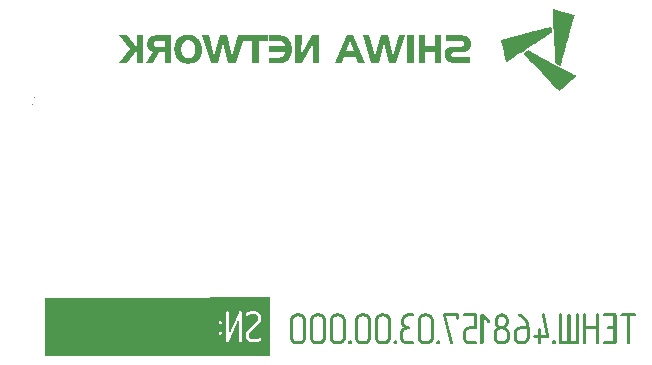
<source format=gbo>
G04*
G04 #@! TF.GenerationSoftware,Altium Limited,Altium Designer,24.4.1 (13)*
G04*
G04 Layer_Color=16776960*
%FSLAX44Y44*%
%MOMM*%
G71*
G04*
G04 #@! TF.SameCoordinates,045E0543-E0AC-4246-A88E-993A7DB0923D*
G04*
G04*
G04 #@! TF.FilePolarity,Positive*
G04*
G01*
G75*
%ADD56R,14.1000X5.0000*%
G36*
X518111Y291067D02*
X518242Y289634D01*
X518372Y288332D01*
X518437Y286834D01*
X518242Y286639D01*
X517981Y286508D01*
X517069Y285857D01*
X516809Y285727D01*
X516027Y285206D01*
X515767Y285075D01*
X514855Y284424D01*
X514594Y284294D01*
X513683Y283643D01*
X513422Y283512D01*
X512510Y282861D01*
X512250Y282731D01*
X511729Y282340D01*
X511599D01*
X510687Y281689D01*
X510426Y281559D01*
X509515Y280907D01*
X509254Y280777D01*
X508342Y280126D01*
X508082Y279996D01*
X507300Y279475D01*
X507040Y279344D01*
X506128Y278693D01*
X505867Y278563D01*
X504956Y277911D01*
X504695Y277781D01*
X503783Y277130D01*
X503523Y277000D01*
X500853Y275241D01*
X499290Y274199D01*
X497857Y273288D01*
X494731Y271203D01*
X493689Y270552D01*
X491344Y268989D01*
X489911Y268077D01*
X486785Y265993D01*
X485743Y265342D01*
X482617Y263258D01*
X481184Y262346D01*
X480403Y261825D01*
X479817Y261499D01*
X479621Y262086D01*
X479426Y262932D01*
X479165Y263974D01*
X479035Y264625D01*
X478774Y265668D01*
X478644Y266319D01*
X478253Y267882D01*
X478123Y268533D01*
X477732Y270096D01*
X477602Y270748D01*
X477211Y272311D01*
X477081Y272962D01*
X476821Y274004D01*
X476690Y274655D01*
X476300Y276218D01*
X476169Y276870D01*
X475779Y278433D01*
X475648Y279084D01*
X475388Y280126D01*
X475323Y280321D01*
X475909Y280517D01*
X476821Y280777D01*
X478384Y281168D01*
X479295Y281428D01*
X480858Y281819D01*
X481770Y282080D01*
X483333Y282470D01*
X484245Y282731D01*
X485808Y283122D01*
X486720Y283382D01*
X488283Y283773D01*
X489195Y284034D01*
X490237Y284294D01*
X491149Y284555D01*
X492712Y284945D01*
X493623Y285206D01*
X495187Y285597D01*
X496098Y285857D01*
X497661Y286248D01*
X498573Y286508D01*
X500136Y286899D01*
X501048Y287160D01*
X502611Y287550D01*
X503523Y287811D01*
X505086Y288202D01*
X505998Y288462D01*
X507561Y288853D01*
X508473Y289113D01*
X510036Y289504D01*
X510947Y289765D01*
X512510Y290155D01*
X513422Y290416D01*
X514985Y290807D01*
X515897Y291067D01*
X517981Y291588D01*
X518111Y291067D01*
D02*
G37*
G36*
X520065Y306698D02*
X520782Y306502D01*
X522280Y306047D01*
X536868Y301488D01*
X537715Y301162D01*
X536673Y297515D01*
X536542Y296994D01*
X535500Y293347D01*
X535370Y292826D01*
X534067Y288267D01*
X533937Y287746D01*
X532895Y284099D01*
X532765Y283578D01*
X531723Y279930D01*
X531593Y279409D01*
X530551Y275762D01*
X530420Y275241D01*
X529378Y271594D01*
X529248Y271073D01*
X528467Y268338D01*
X528271Y267752D01*
X528206Y267687D01*
X528011Y266710D01*
X527815Y265993D01*
X527034Y263258D01*
X526903Y262737D01*
X525862Y259090D01*
X525666Y258634D01*
X521433Y260783D01*
X521303Y261304D01*
X521107Y266319D01*
X520195Y285466D01*
X519805Y293542D01*
X519674Y296538D01*
X519284Y304744D01*
X519218Y306893D01*
X519414Y306958D01*
X520065Y306698D01*
D02*
G37*
G36*
X72534Y244927D02*
X72505D01*
Y244956D01*
X72534D01*
Y244927D01*
D02*
G37*
G36*
X72417D02*
X72446D01*
Y244898D01*
X72388D01*
Y244956D01*
X72417D01*
Y244927D01*
D02*
G37*
G36*
X71686Y244869D02*
X71657D01*
Y244898D01*
Y244927D01*
X71686D01*
Y244869D01*
D02*
G37*
G36*
X71598Y244839D02*
X71569D01*
Y244869D01*
Y244898D01*
X71598D01*
Y244839D01*
D02*
G37*
G36*
X72476Y244810D02*
X72446D01*
Y244839D01*
X72476D01*
Y244810D01*
D02*
G37*
G36*
X71598Y244722D02*
X71569D01*
Y244751D01*
X71598D01*
Y244722D01*
D02*
G37*
G36*
X71715Y244488D02*
X71686D01*
Y244547D01*
Y244576D01*
X71715D01*
Y244488D01*
D02*
G37*
G36*
X72183Y244225D02*
Y244196D01*
Y244137D01*
X72154D01*
Y244283D01*
X72183D01*
Y244225D01*
D02*
G37*
G36*
X69492Y241621D02*
X69521D01*
Y241592D01*
X69492D01*
Y241563D01*
X69463D01*
Y241592D01*
X69433D01*
Y241621D01*
X69463D01*
Y241651D01*
X69492D01*
Y241621D01*
D02*
G37*
G36*
X69287Y241446D02*
X69258D01*
Y241475D01*
X69287D01*
Y241446D01*
D02*
G37*
G36*
X78034Y241709D02*
X78063D01*
Y241680D01*
X78092D01*
Y241534D01*
X78063D01*
Y241358D01*
X78004D01*
Y241592D01*
X77946D01*
Y241475D01*
X77917D01*
Y241534D01*
X77887D01*
Y241504D01*
X77858D01*
Y241475D01*
X77829D01*
Y241446D01*
X77800D01*
Y241417D01*
X77712D01*
Y241388D01*
X77683D01*
Y241446D01*
X77712D01*
Y241475D01*
X77741D01*
Y241504D01*
X77770D01*
Y241534D01*
X77800D01*
Y241563D01*
X77829D01*
Y241592D01*
X77858D01*
Y241651D01*
X77887D01*
Y241680D01*
X77917D01*
Y241709D01*
X77975D01*
Y241738D01*
X78034D01*
Y241709D01*
D02*
G37*
G36*
X77653Y241329D02*
X77624D01*
Y241358D01*
X77653D01*
Y241329D01*
D02*
G37*
G36*
X69433Y241212D02*
X69404D01*
Y241241D01*
X69433D01*
Y241212D01*
D02*
G37*
G36*
X77566Y241154D02*
X77536D01*
Y241124D01*
X77507D01*
Y241154D01*
Y241183D01*
X77566D01*
Y241154D01*
D02*
G37*
G36*
X77068Y241124D02*
X77039D01*
Y241154D01*
X77068D01*
Y241124D01*
D02*
G37*
G36*
X77098Y241036D02*
X77068D01*
Y241066D01*
X77098D01*
Y241036D01*
D02*
G37*
G36*
X69784D02*
X69755D01*
Y241066D01*
X69784D01*
Y241036D01*
D02*
G37*
G36*
X69229Y241066D02*
Y241036D01*
X69200D01*
Y241095D01*
X69229D01*
Y241066D01*
D02*
G37*
G36*
X78385Y241007D02*
X78355D01*
Y241036D01*
X78385D01*
Y241007D01*
D02*
G37*
G36*
X77449Y241095D02*
X77478D01*
Y241066D01*
X77449D01*
Y241007D01*
X77419D01*
Y240978D01*
Y240949D01*
X77390D01*
Y241124D01*
X77449D01*
Y241095D01*
D02*
G37*
G36*
X69287Y240861D02*
Y240832D01*
X69258D01*
Y240890D01*
X69287D01*
Y240861D01*
D02*
G37*
G36*
X76834Y240598D02*
X76805D01*
Y240627D01*
X76834D01*
Y240598D01*
D02*
G37*
G36*
X69580D02*
X69521D01*
Y240627D01*
X69580D01*
Y240598D01*
D02*
G37*
G36*
X70223Y240568D02*
X70194D01*
Y240598D01*
X70223D01*
Y240568D01*
D02*
G37*
G36*
X74085Y240539D02*
X74055D01*
Y240568D01*
X74085D01*
Y240539D01*
D02*
G37*
G36*
X69404D02*
X69375D01*
Y240568D01*
X69346D01*
Y240598D01*
X69375D01*
Y240627D01*
X69404D01*
Y240539D01*
D02*
G37*
G36*
X68936Y240627D02*
X68966D01*
Y240539D01*
X68936D01*
Y240568D01*
X68907D01*
Y240598D01*
Y240627D01*
Y240715D01*
X68878D01*
Y240773D01*
X68936D01*
Y240627D01*
D02*
G37*
G36*
X69463Y240598D02*
X69492D01*
Y240510D01*
X69463D01*
Y240539D01*
X69433D01*
Y240685D01*
X69463D01*
Y240598D01*
D02*
G37*
G36*
X74143Y240568D02*
X74172D01*
Y240481D01*
X74143D01*
Y240451D01*
X74114D01*
Y240510D01*
Y240539D01*
Y240598D01*
X74143D01*
Y240568D01*
D02*
G37*
G36*
X70282Y240422D02*
X70223D01*
Y240393D01*
X70165D01*
Y240422D01*
X70194D01*
Y240451D01*
X70282D01*
Y240422D01*
D02*
G37*
G36*
X68468D02*
Y240364D01*
X68439D01*
Y240393D01*
X68410D01*
Y240451D01*
X68468D01*
Y240422D01*
D02*
G37*
G36*
X77068Y240364D02*
X77010D01*
Y240334D01*
X76981D01*
Y240364D01*
X76951D01*
Y240393D01*
X77068D01*
Y240364D01*
D02*
G37*
G36*
X76951Y240276D02*
X76922D01*
Y240247D01*
X76893D01*
Y240276D01*
X76863D01*
Y240305D01*
X76893D01*
Y240334D01*
X76951D01*
Y240276D01*
D02*
G37*
G36*
X76863Y240188D02*
X76834D01*
Y240159D01*
X76805D01*
Y240188D01*
Y240217D01*
X76863D01*
Y240188D01*
D02*
G37*
G36*
X68351Y240100D02*
X68322D01*
Y240130D01*
Y240159D01*
X68351D01*
Y240100D01*
D02*
G37*
G36*
X76659Y239983D02*
X76630D01*
Y240013D01*
X76659D01*
Y239983D01*
D02*
G37*
G36*
X68263D02*
X68351D01*
Y239954D01*
X68380D01*
Y239837D01*
X68410D01*
Y239808D01*
X68439D01*
Y239749D01*
X68410D01*
Y239720D01*
X68351D01*
Y239749D01*
X68293D01*
Y239866D01*
Y239896D01*
X68263D01*
Y239925D01*
X68234D01*
Y240013D01*
X68263D01*
Y239983D01*
D02*
G37*
G36*
X76571Y239837D02*
X76542D01*
Y239808D01*
X76512D01*
Y239720D01*
Y239691D01*
Y239662D01*
X76483D01*
Y239866D01*
X76512D01*
Y239896D01*
X76571D01*
Y239837D01*
D02*
G37*
G36*
X68410Y239603D02*
X68351D01*
Y239662D01*
X68410D01*
Y239603D01*
D02*
G37*
G36*
X68322Y239545D02*
X68293D01*
Y239574D01*
X68322D01*
Y239545D01*
D02*
G37*
G36*
X68088Y239486D02*
X68059D01*
Y239515D01*
Y239545D01*
X68088D01*
Y239486D01*
D02*
G37*
G36*
X68117Y239369D02*
X68059D01*
Y239398D01*
Y239428D01*
X68117D01*
Y239369D01*
D02*
G37*
G36*
X70516Y239311D02*
X70487D01*
Y239340D01*
X70516D01*
Y239311D01*
D02*
G37*
G36*
X68146Y239223D02*
X68117D01*
Y239281D01*
X68146D01*
Y239223D01*
D02*
G37*
G36*
X67415Y239311D02*
X67444D01*
Y239194D01*
X67415D01*
Y239281D01*
Y239311D01*
X67386D01*
Y239340D01*
X67415D01*
Y239311D01*
D02*
G37*
G36*
X74377Y239047D02*
X74348D01*
Y239077D01*
X74377D01*
Y239047D01*
D02*
G37*
G36*
X75635Y238901D02*
X75606D01*
Y238930D01*
X75635D01*
Y238901D01*
D02*
G37*
G36*
X70633Y238725D02*
X70662D01*
Y238638D01*
X70633D01*
Y238667D01*
Y238696D01*
X70604D01*
Y238755D01*
X70633D01*
Y238725D01*
D02*
G37*
G36*
X75284Y238404D02*
X75255D01*
Y238433D01*
X75225D01*
Y238462D01*
Y238491D01*
X75284D01*
Y238404D01*
D02*
G37*
G36*
X74962Y238316D02*
Y238287D01*
X74904D01*
Y238316D01*
X74933D01*
Y238345D01*
X74962D01*
Y238316D01*
D02*
G37*
G36*
Y238199D02*
X74933D01*
Y238228D01*
X74962D01*
Y238199D01*
D02*
G37*
G36*
X74904D02*
X74933D01*
Y238141D01*
X74904D01*
Y238199D01*
X74845D01*
Y238170D01*
X74816D01*
Y238228D01*
X74845D01*
Y238258D01*
X74904D01*
Y238199D01*
D02*
G37*
G36*
X74436Y238141D02*
X74406D01*
Y238170D01*
X74436D01*
Y238141D01*
D02*
G37*
G36*
X74904Y238082D02*
X74874D01*
Y238111D01*
X74904D01*
Y238082D01*
D02*
G37*
G36*
X74816D02*
X74787D01*
Y238111D01*
X74816D01*
Y238082D01*
D02*
G37*
G36*
X74787Y238053D02*
X74728D01*
Y238082D01*
X74787D01*
Y238053D01*
D02*
G37*
G36*
X74728Y237965D02*
X74699D01*
Y237936D01*
X74670D01*
Y237965D01*
Y237994D01*
X74728D01*
Y237965D01*
D02*
G37*
G36*
X74611Y237936D02*
X74553D01*
Y237965D01*
X74582D01*
Y237994D01*
X74611D01*
Y237936D01*
D02*
G37*
G36*
X74465Y237994D02*
Y237936D01*
X74436D01*
Y238023D01*
X74465D01*
Y237994D01*
D02*
G37*
G36*
X77770Y237556D02*
X77741D01*
Y237526D01*
X77712D01*
Y237556D01*
X77683D01*
Y237585D01*
X77770D01*
Y237556D01*
D02*
G37*
G36*
X510296Y265277D02*
X524624Y257722D01*
X536477Y251470D01*
X537128Y251079D01*
X537259D01*
X538691Y250298D01*
X539278Y249972D01*
X538040Y248734D01*
X537780Y248604D01*
X536738Y247562D01*
X536477Y247432D01*
X535305Y246260D01*
X535044Y246129D01*
X533872Y244957D01*
X533612Y244827D01*
X532439Y243655D01*
X532179Y243524D01*
X531007Y242352D01*
X530746Y242222D01*
X529704Y241180D01*
X529444Y241049D01*
X528271Y239877D01*
X528011Y239747D01*
X526838Y238575D01*
X526578Y238444D01*
X525406Y237272D01*
X524884Y237012D01*
X523256Y238640D01*
X523126Y238900D01*
X520651Y241375D01*
X520521Y241636D01*
X518046Y244110D01*
X517916Y244371D01*
X515311Y246976D01*
X515181Y247236D01*
X512706Y249711D01*
X512575Y249972D01*
X509970Y252577D01*
X509840Y252838D01*
X507365Y255312D01*
X507235Y255573D01*
X504760Y258048D01*
X504630Y258308D01*
X502025Y260913D01*
X501895Y261174D01*
X499420Y263649D01*
X499290Y263909D01*
X496684Y266514D01*
X496554Y266775D01*
X494600Y268729D01*
X494731Y268989D01*
X494926Y269184D01*
X495187Y269315D01*
X497010Y270617D01*
X497271Y270748D01*
X497531Y271008D01*
X497792Y271138D01*
X498443Y271529D01*
X510296Y265277D01*
D02*
G37*
G36*
X74962Y235654D02*
X74991D01*
Y235625D01*
X75021D01*
Y235537D01*
X74991D01*
Y235596D01*
X74933D01*
Y235508D01*
X74904D01*
Y235537D01*
Y235683D01*
X74962D01*
Y235654D01*
D02*
G37*
G36*
X77185Y235215D02*
X77156D01*
Y235274D01*
X77185D01*
Y235215D01*
D02*
G37*
G36*
X71744Y234455D02*
X71715D01*
Y234484D01*
X71744D01*
Y234455D01*
D02*
G37*
G36*
X76951Y234338D02*
Y234308D01*
Y234250D01*
X76922D01*
Y234221D01*
X76893D01*
Y234308D01*
X76922D01*
Y234396D01*
X76951D01*
Y234338D01*
D02*
G37*
G36*
X71510Y234133D02*
X71452D01*
Y234162D01*
X71510D01*
Y234133D01*
D02*
G37*
G36*
X71861Y233928D02*
X71832D01*
Y233899D01*
X71803D01*
Y233958D01*
X71832D01*
Y233987D01*
X71861D01*
Y233928D01*
D02*
G37*
G36*
X71803Y233870D02*
X71774D01*
Y233841D01*
X71744D01*
Y233811D01*
X71686D01*
Y233841D01*
X71715D01*
Y233870D01*
X71744D01*
Y233899D01*
X71803D01*
Y233870D01*
D02*
G37*
G36*
X71452Y234045D02*
X71481D01*
Y234074D01*
X71569D01*
Y234016D01*
X71481D01*
Y233958D01*
X71510D01*
Y233899D01*
X71423D01*
Y233811D01*
X71364D01*
Y233782D01*
X71306D01*
Y233724D01*
X71247D01*
Y233753D01*
X71189D01*
Y233782D01*
X71247D01*
Y233811D01*
X71276D01*
Y233841D01*
X71247D01*
Y233870D01*
X71218D01*
Y233841D01*
X71159D01*
Y233870D01*
X71189D01*
Y233899D01*
X71218D01*
Y233928D01*
X71247D01*
Y233958D01*
X71276D01*
Y233987D01*
X71306D01*
Y234016D01*
X71335D01*
Y234045D01*
X71364D01*
Y234074D01*
X71393D01*
Y234104D01*
X71423D01*
Y234133D01*
X71452D01*
Y234045D01*
D02*
G37*
G36*
X71686Y233724D02*
X71657D01*
Y233694D01*
X71598D01*
Y233724D01*
X71627D01*
Y233753D01*
X71657D01*
Y233782D01*
X71686D01*
Y233724D01*
D02*
G37*
G36*
X71189Y233694D02*
X71218D01*
Y233665D01*
X71159D01*
Y233636D01*
X71130D01*
Y233665D01*
X71101D01*
Y233694D01*
X71130D01*
Y233724D01*
X71189D01*
Y233694D01*
D02*
G37*
G36*
X68995Y232700D02*
X68966D01*
Y232641D01*
X68936D01*
Y232729D01*
X68995D01*
Y232700D01*
D02*
G37*
G36*
X68966Y232319D02*
Y232290D01*
X68936D01*
Y232378D01*
X68966D01*
Y232319D01*
D02*
G37*
G36*
X82480Y232232D02*
X82421D01*
Y232261D01*
X82480D01*
Y232232D01*
D02*
G37*
G36*
X82626Y232173D02*
X82568D01*
Y232202D01*
X82626D01*
Y232173D01*
D02*
G37*
G36*
X82392D02*
X82451D01*
Y232144D01*
X82480D01*
Y232115D01*
X82334D01*
Y232202D01*
X82275D01*
Y232232D01*
X82392D01*
Y232173D01*
D02*
G37*
G36*
X82246Y232144D02*
X82304D01*
Y232115D01*
X82334D01*
Y232056D01*
X82304D01*
Y232027D01*
X82275D01*
Y231998D01*
X82246D01*
Y231968D01*
X82217D01*
Y231939D01*
X82187D01*
Y231910D01*
X82158D01*
Y231968D01*
X82187D01*
Y231998D01*
X82217D01*
Y232027D01*
X82246D01*
Y232085D01*
X82070D01*
Y232056D01*
X82012D01*
Y232144D01*
X82070D01*
Y232115D01*
X82187D01*
Y232144D01*
X82158D01*
Y232202D01*
X82246D01*
Y232144D01*
D02*
G37*
G36*
X81924Y232085D02*
X81836D01*
Y232115D01*
X81924D01*
Y232085D01*
D02*
G37*
G36*
X80783Y232056D02*
X80695D01*
Y232085D01*
X80783D01*
Y232056D01*
D02*
G37*
G36*
X82392Y232027D02*
X82363D01*
Y232056D01*
X82392D01*
Y232027D01*
D02*
G37*
G36*
X81953Y231998D02*
X81895D01*
Y232027D01*
X81953D01*
Y231998D01*
D02*
G37*
G36*
X81749Y232085D02*
X81836D01*
Y232056D01*
X81690D01*
Y232027D01*
X81661D01*
Y231998D01*
X81544D01*
Y232027D01*
Y232056D01*
X81573D01*
Y232085D01*
X81719D01*
Y232115D01*
X81749D01*
Y232085D01*
D02*
G37*
G36*
X81456Y231968D02*
X81368D01*
Y231998D01*
X81456D01*
Y231968D01*
D02*
G37*
G36*
X81251Y231939D02*
X81105D01*
Y231968D01*
X81251D01*
Y231939D01*
D02*
G37*
G36*
X82421Y231881D02*
X82392D01*
Y231910D01*
X82421D01*
Y231881D01*
D02*
G37*
G36*
X80842D02*
X80695D01*
Y231910D01*
X80842D01*
Y231881D01*
D02*
G37*
G36*
X79438D02*
X79379D01*
Y231910D01*
X79438D01*
Y231881D01*
D02*
G37*
G36*
X82275D02*
Y231851D01*
X82217D01*
Y231910D01*
X82275D01*
Y231881D01*
D02*
G37*
G36*
X82129Y231851D02*
X82100D01*
Y231881D01*
X82129D01*
Y231851D01*
D02*
G37*
G36*
X82100Y231822D02*
X82070D01*
Y231851D01*
X82100D01*
Y231822D01*
D02*
G37*
G36*
X81983D02*
X81924D01*
Y231851D01*
X81983D01*
Y231822D01*
D02*
G37*
G36*
X82889Y231764D02*
X82860D01*
Y231793D01*
X82889D01*
Y231764D01*
D02*
G37*
G36*
X80754D02*
X80725D01*
Y231734D01*
X80608D01*
Y231705D01*
X80432D01*
Y231617D01*
X80666D01*
Y231588D01*
X80315D01*
Y231559D01*
X80286D01*
Y231530D01*
X80023D01*
Y231500D01*
X79935D01*
Y231471D01*
X79672D01*
Y231500D01*
X79701D01*
Y231530D01*
X79759D01*
Y231588D01*
X79701D01*
Y231617D01*
X79847D01*
Y231588D01*
X79876D01*
Y231559D01*
X79935D01*
Y231588D01*
X79964D01*
Y231647D01*
X80052D01*
Y231617D01*
X80081D01*
Y231588D01*
X80169D01*
Y231559D01*
X80198D01*
Y231588D01*
X80227D01*
Y231617D01*
X80198D01*
Y231676D01*
X80257D01*
Y231705D01*
X80286D01*
Y231734D01*
X80374D01*
Y231764D01*
X80462D01*
Y231734D01*
X80520D01*
Y231793D01*
X80608D01*
Y231764D01*
X80637D01*
Y231793D01*
X80754D01*
Y231764D01*
D02*
G37*
G36*
X80344Y231822D02*
X80227D01*
Y231793D01*
X80169D01*
Y231764D01*
X80081D01*
Y231734D01*
X79906D01*
Y231705D01*
X79730D01*
Y231734D01*
X79672D01*
Y231705D01*
X79145D01*
Y231676D01*
X78940D01*
Y231647D01*
X78853D01*
Y231617D01*
X78794D01*
Y231647D01*
X78736D01*
Y231617D01*
X78502D01*
Y231588D01*
X78414D01*
Y231617D01*
X78385D01*
Y231647D01*
X78092D01*
Y231617D01*
X78004D01*
Y231647D01*
X78063D01*
Y231676D01*
X78180D01*
Y231705D01*
X78238D01*
Y231734D01*
X78326D01*
Y231705D01*
X78355D01*
Y231676D01*
X78502D01*
Y231647D01*
X78531D01*
Y231705D01*
X78502D01*
Y231764D01*
X78765D01*
Y231734D01*
X78970D01*
Y231764D01*
X78940D01*
Y231793D01*
X79145D01*
Y231822D01*
X79174D01*
Y231793D01*
X79262D01*
Y231822D01*
X79291D01*
Y231851D01*
X79525D01*
Y231822D01*
X79438D01*
Y231764D01*
X79584D01*
Y231793D01*
X79935D01*
Y231822D01*
X79994D01*
Y231851D01*
X80344D01*
Y231822D01*
D02*
G37*
G36*
X82012Y231734D02*
X81983D01*
Y231764D01*
X82012D01*
Y231734D01*
D02*
G37*
G36*
X82860D02*
X82831D01*
Y231705D01*
X82802D01*
Y231734D01*
X82743D01*
Y231705D01*
X82568D01*
Y231676D01*
X82538D01*
Y231647D01*
X82421D01*
Y231705D01*
X82451D01*
Y231734D01*
X82685D01*
Y231764D01*
X82860D01*
Y231734D01*
D02*
G37*
G36*
X80198Y231705D02*
X80111D01*
Y231734D01*
X80198D01*
Y231705D01*
D02*
G37*
G36*
X77858Y231647D02*
X77917D01*
Y231617D01*
X77800D01*
Y231647D01*
X77770D01*
Y231676D01*
X77858D01*
Y231647D01*
D02*
G37*
G36*
X80813Y231617D02*
X80783D01*
Y231588D01*
X80695D01*
Y231617D01*
X80666D01*
Y231647D01*
X80813D01*
Y231617D01*
D02*
G37*
G36*
X78004Y231588D02*
X77946D01*
Y231617D01*
X78004D01*
Y231588D01*
D02*
G37*
G36*
X72534D02*
X72505D01*
Y231647D01*
X72534D01*
Y231588D01*
D02*
G37*
G36*
X79467Y231530D02*
X79496D01*
Y231500D01*
X79438D01*
Y231530D01*
Y231559D01*
X79467D01*
Y231530D01*
D02*
G37*
G36*
X79116Y231500D02*
X79087D01*
Y231530D01*
X79116D01*
Y231500D01*
D02*
G37*
G36*
X77653Y231559D02*
X77683D01*
Y231500D01*
X77449D01*
Y231530D01*
X77566D01*
Y231559D01*
X77595D01*
Y231588D01*
X77653D01*
Y231559D01*
D02*
G37*
G36*
X77390Y231471D02*
X77302D01*
Y231500D01*
X77390D01*
Y231471D01*
D02*
G37*
G36*
X77273Y231559D02*
X77302D01*
Y231530D01*
X77215D01*
Y231500D01*
X76981D01*
Y231471D01*
X76863D01*
Y231500D01*
X76805D01*
Y231471D01*
X76600D01*
Y231442D01*
X76512D01*
Y231500D01*
X76717D01*
Y231530D01*
X76981D01*
Y231559D01*
X77098D01*
Y231588D01*
X77273D01*
Y231559D01*
D02*
G37*
G36*
X80900Y231413D02*
X80871D01*
Y231442D01*
Y231471D01*
X80900D01*
Y231413D01*
D02*
G37*
G36*
X77975Y231442D02*
Y231413D01*
X77946D01*
Y231471D01*
X77975D01*
Y231442D01*
D02*
G37*
G36*
X77127Y231413D02*
X77039D01*
Y231442D01*
X77098D01*
Y231471D01*
X77127D01*
Y231413D01*
D02*
G37*
G36*
X82480Y231383D02*
X82451D01*
Y231413D01*
X82480D01*
Y231383D01*
D02*
G37*
G36*
X76893D02*
X76776D01*
Y231413D01*
X76893D01*
Y231383D01*
D02*
G37*
G36*
X81866Y231354D02*
X81836D01*
Y231383D01*
X81866D01*
Y231354D01*
D02*
G37*
G36*
X76425Y231442D02*
X76483D01*
Y231413D01*
Y231354D01*
X76454D01*
Y231383D01*
X76337D01*
Y231413D01*
X76366D01*
Y231442D01*
X76396D01*
Y231471D01*
X76425D01*
Y231442D01*
D02*
G37*
G36*
X76279Y231354D02*
X76220D01*
Y231383D01*
X76279D01*
Y231354D01*
D02*
G37*
G36*
X76161D02*
X76103D01*
Y231383D01*
X76161D01*
Y231354D01*
D02*
G37*
G36*
X76659Y231325D02*
X76600D01*
Y231354D01*
X76571D01*
Y231383D01*
X76659D01*
Y231325D01*
D02*
G37*
G36*
X81544Y231354D02*
X81573D01*
Y231325D01*
X81544D01*
Y231296D01*
X81485D01*
Y231325D01*
X81456D01*
Y231354D01*
X81515D01*
Y231383D01*
X81544D01*
Y231354D01*
D02*
G37*
G36*
X81281Y231325D02*
X81251D01*
Y231296D01*
X81193D01*
Y231354D01*
X81281D01*
Y231325D01*
D02*
G37*
G36*
X76922Y231296D02*
X76863D01*
Y231354D01*
X76922D01*
Y231296D01*
D02*
G37*
G36*
X76366Y231325D02*
X76396D01*
Y231296D01*
X76308D01*
Y231354D01*
X76366D01*
Y231325D01*
D02*
G37*
G36*
X76191Y231266D02*
X76161D01*
Y231296D01*
X76191D01*
Y231266D01*
D02*
G37*
G36*
X80988Y231325D02*
X81105D01*
Y231266D01*
X81134D01*
Y231237D01*
X81017D01*
Y231266D01*
X80988D01*
Y231296D01*
X80900D01*
Y231266D01*
X80871D01*
Y231296D01*
X80842D01*
Y231325D01*
X80871D01*
Y231354D01*
X80988D01*
Y231325D01*
D02*
G37*
G36*
X81310Y231208D02*
X81281D01*
Y231237D01*
X81310D01*
Y231208D01*
D02*
G37*
G36*
X79789D02*
X79759D01*
Y231237D01*
X79789D01*
Y231208D01*
D02*
G37*
G36*
X76308D02*
X76279D01*
Y231237D01*
X76308D01*
Y231208D01*
D02*
G37*
G36*
X81251D02*
X81222D01*
Y231178D01*
X81193D01*
Y231237D01*
X81251D01*
Y231208D01*
D02*
G37*
G36*
X76512Y231237D02*
X76483D01*
Y231208D01*
X76454D01*
Y231178D01*
X76425D01*
Y231208D01*
X76396D01*
Y231237D01*
X76454D01*
Y231266D01*
X76512D01*
Y231237D01*
D02*
G37*
G36*
X76922Y231120D02*
X76863D01*
Y231149D01*
X76922D01*
Y231120D01*
D02*
G37*
G36*
X68497D02*
X68468D01*
Y231149D01*
X68497D01*
Y231120D01*
D02*
G37*
G36*
X76776Y231091D02*
Y231061D01*
X76747D01*
Y231091D01*
X76717D01*
Y231120D01*
X76776D01*
Y231091D01*
D02*
G37*
G36*
X68468Y231032D02*
X68439D01*
Y231061D01*
Y231120D01*
X68468D01*
Y231032D01*
D02*
G37*
G36*
X76776Y230915D02*
X76688D01*
Y230944D01*
X76776D01*
Y230915D01*
D02*
G37*
G36*
X76542D02*
X76512D01*
Y230886D01*
X76454D01*
Y230915D01*
X76483D01*
Y230944D01*
X76542D01*
Y230915D01*
D02*
G37*
G36*
X77185Y230857D02*
X77039D01*
Y230886D01*
X77068D01*
Y230915D01*
X77185D01*
Y230857D01*
D02*
G37*
G36*
X76863Y230886D02*
X76893D01*
Y230857D01*
X76834D01*
Y230915D01*
X76863D01*
Y230886D01*
D02*
G37*
G36*
X72681D02*
X72651D01*
Y230798D01*
Y230769D01*
Y230740D01*
X72622D01*
Y230915D01*
X72681D01*
Y230886D01*
D02*
G37*
G36*
X82919Y230711D02*
X82889D01*
Y230681D01*
X82860D01*
Y230711D01*
Y230740D01*
X82919D01*
Y230711D01*
D02*
G37*
G36*
X68468Y230564D02*
X68439D01*
Y230593D01*
X68468D01*
Y230564D01*
D02*
G37*
G36*
X72622Y230447D02*
X72564D01*
Y230476D01*
X72622D01*
Y230447D01*
D02*
G37*
G36*
X72476Y230418D02*
X72388D01*
Y230447D01*
X72476D01*
Y230418D01*
D02*
G37*
G36*
X68263D02*
X68205D01*
Y230447D01*
X68263D01*
Y230418D01*
D02*
G37*
G36*
X72388Y230213D02*
X72330D01*
Y230243D01*
X72388D01*
Y230213D01*
D02*
G37*
G36*
X71657D02*
X71598D01*
Y230243D01*
X71657D01*
Y230213D01*
D02*
G37*
G36*
X71744Y229833D02*
X71686D01*
Y229862D01*
X71744D01*
Y229833D01*
D02*
G37*
G36*
X82685Y229804D02*
X82655D01*
Y229833D01*
X82685D01*
Y229804D01*
D02*
G37*
G36*
X66889Y229950D02*
X66859D01*
Y229921D01*
X66830D01*
Y229862D01*
X66801D01*
Y229833D01*
X66772D01*
Y229804D01*
X66713D01*
Y229774D01*
X66655D01*
Y229804D01*
X66684D01*
Y229862D01*
X66742D01*
Y229891D01*
X66772D01*
Y229950D01*
X66801D01*
Y229979D01*
X66889D01*
Y229950D01*
D02*
G37*
G36*
X82743Y229716D02*
X82685D01*
Y229745D01*
X82743D01*
Y229716D01*
D02*
G37*
G36*
X66655Y229687D02*
X66596D01*
Y229745D01*
X66655D01*
Y229687D01*
D02*
G37*
G36*
X82626Y229570D02*
X82568D01*
Y229599D01*
X82597D01*
Y229628D01*
X82626D01*
Y229570D01*
D02*
G37*
G36*
X82538Y229365D02*
X82509D01*
Y229394D01*
X82538D01*
Y229365D01*
D02*
G37*
G36*
X82275Y229160D02*
X82246D01*
Y229131D01*
X82187D01*
Y229189D01*
X82217D01*
Y229219D01*
X82275D01*
Y229160D01*
D02*
G37*
G36*
X65835Y228868D02*
X65806D01*
Y228926D01*
X65835D01*
Y228868D01*
D02*
G37*
G36*
X82217Y228692D02*
X82187D01*
Y228663D01*
X82158D01*
Y228721D01*
X82217D01*
Y228692D01*
D02*
G37*
G36*
X66157Y228663D02*
X66099D01*
Y228692D01*
X66128D01*
Y228721D01*
X66157D01*
Y228663D01*
D02*
G37*
G36*
X66099Y228634D02*
X66069D01*
Y228663D01*
X66099D01*
Y228634D01*
D02*
G37*
G36*
X65748D02*
X65777D01*
Y228604D01*
X65718D01*
Y228663D01*
X65748D01*
Y228634D01*
D02*
G37*
G36*
X65835Y228487D02*
X65806D01*
Y228517D01*
X65835D01*
Y228487D01*
D02*
G37*
G36*
X65865Y228136D02*
X65835D01*
Y228166D01*
X65865D01*
Y228136D01*
D02*
G37*
G36*
X78882Y228107D02*
X78619D01*
Y228136D01*
X78794D01*
Y228166D01*
X78882D01*
Y228107D01*
D02*
G37*
G36*
X65953D02*
X65923D01*
Y228136D01*
X65953D01*
Y228107D01*
D02*
G37*
G36*
X65397Y228078D02*
X65367D01*
Y228049D01*
X65338D01*
Y228107D01*
X65367D01*
Y228136D01*
X65397D01*
Y228078D01*
D02*
G37*
G36*
X65748Y228019D02*
X65718D01*
Y228049D01*
X65748D01*
Y228019D01*
D02*
G37*
G36*
X65280Y227990D02*
X65251D01*
Y228019D01*
X65280D01*
Y227990D01*
D02*
G37*
G36*
X77127Y227931D02*
X76981D01*
Y227961D01*
X77127D01*
Y227931D01*
D02*
G37*
G36*
X65689D02*
X65660D01*
Y227961D01*
X65689D01*
Y227931D01*
D02*
G37*
G36*
X65484Y227815D02*
X65455D01*
Y227844D01*
X65484D01*
Y227815D01*
D02*
G37*
G36*
X76396Y227785D02*
X76366D01*
Y227844D01*
X76396D01*
Y227785D01*
D02*
G37*
G36*
X65397Y227756D02*
X65367D01*
Y227727D01*
X65338D01*
Y227668D01*
X65251D01*
Y227727D01*
X65280D01*
Y227756D01*
X65309D01*
Y227785D01*
X65367D01*
Y227815D01*
X65397D01*
Y227756D01*
D02*
G37*
G36*
X65251Y227639D02*
X65192D01*
Y227668D01*
X65251D01*
Y227639D01*
D02*
G37*
G36*
X81251Y227142D02*
X81222D01*
Y227200D01*
X81251D01*
Y227142D01*
D02*
G37*
G36*
X79145D02*
X79116D01*
Y227171D01*
X79145D01*
Y227142D01*
D02*
G37*
G36*
X79174Y227083D02*
X79204D01*
Y227054D01*
X79174D01*
Y226966D01*
X79145D01*
Y226996D01*
X79116D01*
Y227054D01*
X79087D01*
Y227113D01*
X79116D01*
Y227083D01*
X79145D01*
Y227113D01*
X79174D01*
Y227083D01*
D02*
G37*
G36*
X76483Y227054D02*
X76454D01*
Y227113D01*
X76483D01*
Y227054D01*
D02*
G37*
G36*
X76396Y227113D02*
Y227083D01*
Y227054D01*
X76366D01*
Y227200D01*
X76396D01*
Y227113D01*
D02*
G37*
G36*
X79087Y226996D02*
Y226966D01*
Y226937D01*
X79057D01*
Y226908D01*
X79028D01*
Y226849D01*
X78999D01*
Y226820D01*
X78970D01*
Y226879D01*
X78999D01*
Y226996D01*
X79028D01*
Y227025D01*
X79087D01*
Y226996D01*
D02*
G37*
G36*
X76512Y226879D02*
Y226849D01*
Y226820D01*
X76483D01*
Y226937D01*
X76512D01*
Y226879D01*
D02*
G37*
G36*
X64782Y226820D02*
X64753D01*
Y226849D01*
X64782D01*
Y226820D01*
D02*
G37*
G36*
X78970Y226761D02*
X78940D01*
Y226791D01*
X78970D01*
Y226761D01*
D02*
G37*
G36*
X72710Y226732D02*
X72681D01*
Y226761D01*
X72710D01*
Y226732D01*
D02*
G37*
G36*
X78911Y226674D02*
X78882D01*
Y226703D01*
Y226732D01*
X78911D01*
Y226674D01*
D02*
G37*
G36*
X78677Y226352D02*
Y226323D01*
X78648D01*
Y226381D01*
X78677D01*
Y226352D01*
D02*
G37*
G36*
X64431D02*
X64402D01*
Y226323D01*
X64373D01*
Y226294D01*
X64344D01*
Y226352D01*
X64373D01*
Y226381D01*
X64402D01*
Y226410D01*
X64431D01*
Y226352D01*
D02*
G37*
G36*
X78765Y226264D02*
X78736D01*
Y226294D01*
Y226381D01*
X78765D01*
Y226264D01*
D02*
G37*
G36*
X78648Y226235D02*
X78619D01*
Y226264D01*
Y226294D01*
X78648D01*
Y226235D01*
D02*
G37*
G36*
X78736Y226206D02*
X78706D01*
Y226264D01*
X78736D01*
Y226206D01*
D02*
G37*
G36*
X78648Y226001D02*
X78619D01*
Y226030D01*
X78648D01*
Y226001D01*
D02*
G37*
G36*
X78882Y225972D02*
Y225942D01*
X78853D01*
Y226001D01*
X78882D01*
Y225972D01*
D02*
G37*
G36*
X78706Y225884D02*
X78648D01*
Y225913D01*
X78706D01*
Y225884D01*
D02*
G37*
G36*
X78619Y225825D02*
X78560D01*
Y225884D01*
X78619D01*
Y225825D01*
D02*
G37*
G36*
X78648Y225767D02*
X78619D01*
Y225796D01*
X78648D01*
Y225767D01*
D02*
G37*
G36*
X78853Y225796D02*
X78794D01*
Y225738D01*
X78765D01*
Y225679D01*
X78736D01*
Y225591D01*
X78706D01*
Y225562D01*
X78677D01*
Y225504D01*
X78648D01*
Y225533D01*
X78619D01*
Y225562D01*
X78648D01*
Y225650D01*
X78619D01*
Y225679D01*
X78677D01*
Y225708D01*
X78706D01*
Y225767D01*
X78736D01*
Y225855D01*
X78765D01*
Y225884D01*
Y225913D01*
X78853D01*
Y225796D01*
D02*
G37*
G36*
X78619Y225504D02*
X78589D01*
Y225533D01*
X78619D01*
Y225504D01*
D02*
G37*
G36*
X78502D02*
X78472D01*
Y225533D01*
X78502D01*
Y225504D01*
D02*
G37*
G36*
X78472Y225387D02*
X78443D01*
Y225416D01*
X78472D01*
Y225387D01*
D02*
G37*
G36*
X78297D02*
X78268D01*
Y225416D01*
X78297D01*
Y225387D01*
D02*
G37*
G36*
X72359Y225416D02*
Y225357D01*
X72300D01*
Y225445D01*
X72359D01*
Y225416D01*
D02*
G37*
G36*
X78414Y225270D02*
X78385D01*
Y225299D01*
Y225328D01*
X78414D01*
Y225270D01*
D02*
G37*
G36*
X71949Y225299D02*
Y225270D01*
X71920D01*
Y225328D01*
X71949D01*
Y225299D01*
D02*
G37*
G36*
X64929Y225182D02*
X64900D01*
Y225211D01*
X64929D01*
Y225182D01*
D02*
G37*
G36*
X78531Y225240D02*
X78502D01*
Y225153D01*
X78472D01*
Y225270D01*
X78531D01*
Y225240D01*
D02*
G37*
G36*
X78238Y225328D02*
X78268D01*
Y225299D01*
X78297D01*
Y225240D01*
X78385D01*
Y225211D01*
X78355D01*
Y225182D01*
X78297D01*
Y225153D01*
X78326D01*
Y225094D01*
X78297D01*
Y225036D01*
X78268D01*
Y225153D01*
X78238D01*
Y225211D01*
X78268D01*
Y225270D01*
X78238D01*
Y225299D01*
X78180D01*
Y225270D01*
X78209D01*
Y225240D01*
X78151D01*
Y225182D01*
X78180D01*
Y225153D01*
X78151D01*
Y225036D01*
X78180D01*
Y225006D01*
X78151D01*
Y225036D01*
X78121D01*
Y225065D01*
X78063D01*
Y224919D01*
X78034D01*
Y224802D01*
X78063D01*
Y224772D01*
X78034D01*
Y224802D01*
X78004D01*
Y224743D01*
X77975D01*
Y224714D01*
X77946D01*
Y224597D01*
X77917D01*
Y224568D01*
X77887D01*
Y224421D01*
X77917D01*
Y224451D01*
X77975D01*
Y224392D01*
X77946D01*
Y224363D01*
X77887D01*
Y224421D01*
X77858D01*
Y224392D01*
X77829D01*
Y224334D01*
X77800D01*
Y224304D01*
X77858D01*
Y224246D01*
X77741D01*
Y224334D01*
X77770D01*
Y224363D01*
X77741D01*
Y224421D01*
X77770D01*
Y224568D01*
X77800D01*
Y224626D01*
X77829D01*
Y224655D01*
X77858D01*
Y224685D01*
X77887D01*
Y224743D01*
X77917D01*
Y224802D01*
X77887D01*
Y224831D01*
X77946D01*
Y224860D01*
X77975D01*
Y224948D01*
X78004D01*
Y225094D01*
X78063D01*
Y225182D01*
X78121D01*
Y225211D01*
X78092D01*
Y225270D01*
X78121D01*
Y225299D01*
X78151D01*
Y225357D01*
X78180D01*
Y225387D01*
X78238D01*
Y225328D01*
D02*
G37*
G36*
X72300Y225065D02*
Y225036D01*
Y225006D01*
X72271D01*
Y225094D01*
X72300D01*
Y225065D01*
D02*
G37*
G36*
X78443D02*
X78414D01*
Y224977D01*
X78385D01*
Y224919D01*
X78355D01*
Y224889D01*
X78326D01*
Y224919D01*
X78297D01*
Y224977D01*
X78326D01*
Y225006D01*
X78355D01*
Y225065D01*
X78385D01*
Y225094D01*
X78414D01*
Y225123D01*
X78443D01*
Y225065D01*
D02*
G37*
G36*
X72271Y224919D02*
X72300D01*
Y224889D01*
X72271D01*
Y224919D01*
X72242D01*
Y224948D01*
Y224977D01*
X72271D01*
Y224919D01*
D02*
G37*
G36*
X78297Y224831D02*
X78268D01*
Y224860D01*
X78297D01*
Y224831D01*
D02*
G37*
G36*
X78034Y224538D02*
X78004D01*
Y224568D01*
X78034D01*
Y224538D01*
D02*
G37*
G36*
X73851Y224480D02*
X73821D01*
Y224509D01*
X73851D01*
Y224480D01*
D02*
G37*
G36*
X77712Y224187D02*
X77683D01*
Y224216D01*
X77712D01*
Y224187D01*
D02*
G37*
G36*
X73616Y223807D02*
X73558D01*
Y223836D01*
X73616D01*
Y223807D01*
D02*
G37*
G36*
X77683Y223573D02*
X77653D01*
Y223602D01*
X77683D01*
Y223573D01*
D02*
G37*
G36*
X74202Y223631D02*
X74231D01*
Y223573D01*
X74172D01*
Y223661D01*
X74202D01*
Y223631D01*
D02*
G37*
G36*
X77595Y223456D02*
X77566D01*
Y223485D01*
X77595D01*
Y223456D01*
D02*
G37*
G36*
X78004Y220209D02*
X77946D01*
Y220238D01*
X78004D01*
Y220209D01*
D02*
G37*
G36*
X71130Y219419D02*
X71072D01*
Y219449D01*
X71130D01*
Y219419D01*
D02*
G37*
G36*
X71042Y219390D02*
X70984D01*
Y219419D01*
X71042D01*
Y219390D01*
D02*
G37*
G36*
X70867D02*
X70808D01*
Y219419D01*
X70867D01*
Y219390D01*
D02*
G37*
G36*
X75196Y218191D02*
X75167D01*
Y218249D01*
Y218278D01*
X75196D01*
Y218191D01*
D02*
G37*
G36*
Y218103D02*
Y218074D01*
X75167D01*
Y218132D01*
X75196D01*
Y218103D01*
D02*
G37*
G36*
X280000Y12500D02*
X229000D01*
Y62500D01*
X280000D01*
Y12500D01*
D02*
G37*
G36*
X438889Y48777D02*
X439072Y48743D01*
X439255Y48677D01*
X439389Y48593D01*
X439522Y48493D01*
X439622Y48393D01*
X439705Y48277D01*
X439772Y48160D01*
X439872Y47910D01*
X439922Y47710D01*
Y47627D01*
X439938Y47560D01*
Y47527D01*
Y47510D01*
Y44778D01*
X439922Y44544D01*
X439872Y44344D01*
X439789Y44161D01*
X439705Y44028D01*
X439638Y43911D01*
X439555Y43828D01*
X439505Y43778D01*
X439489Y43761D01*
X439289Y43678D01*
X439105Y43611D01*
X438955Y43561D01*
X438839Y43528D01*
X438755Y43511D01*
X438689Y43495D01*
X438639D01*
X438439Y43511D01*
X438272Y43545D01*
X438106Y43595D01*
X437972Y43661D01*
X437856Y43728D01*
X437772Y43778D01*
X437722Y43811D01*
X437706Y43828D01*
X437589Y43978D01*
X437489Y44128D01*
X437422Y44278D01*
X437389Y44428D01*
X437356Y44578D01*
X437339Y44678D01*
Y44744D01*
Y44778D01*
Y46211D01*
X429225D01*
X434456Y24050D01*
X434506Y23800D01*
X434490Y23566D01*
X434440Y23366D01*
X434356Y23183D01*
X434273Y23033D01*
X434190Y22917D01*
X434107Y22833D01*
X434057Y22783D01*
X434040Y22767D01*
X433873Y22683D01*
X433723Y22617D01*
X433557Y22567D01*
X433423Y22533D01*
X433290Y22517D01*
X433190Y22500D01*
X433107D01*
X432390Y22733D01*
X432257Y22933D01*
X432140Y23083D01*
X432057Y23217D01*
X431991Y23333D01*
X431957Y23417D01*
X431924Y23466D01*
X431907Y23500D01*
Y23516D01*
X426425Y47227D01*
X426375Y47560D01*
X426392Y47760D01*
X426442Y47927D01*
X426492Y48077D01*
X426558Y48210D01*
X426642Y48310D01*
X426692Y48377D01*
X426742Y48427D01*
X426758Y48443D01*
X426908Y48560D01*
X427058Y48643D01*
X427208Y48710D01*
X427358Y48743D01*
X427492Y48777D01*
X427592Y48793D01*
X438655D01*
X438889Y48777D01*
D02*
G37*
G36*
X459467D02*
X459650Y48743D01*
X459800Y48677D01*
X459933Y48610D01*
X460033Y48543D01*
X460117Y48477D01*
X460167Y48443D01*
X460183Y48427D01*
X465682Y42912D01*
X465798Y42695D01*
X465882Y42512D01*
X465932Y42378D01*
X465965Y42262D01*
X465998Y42162D01*
X466015Y42112D01*
Y42078D01*
Y42062D01*
X465998Y41862D01*
X465965Y41679D01*
X465899Y41529D01*
X465832Y41395D01*
X465765Y41279D01*
X465699Y41195D01*
X465665Y41145D01*
X465648Y41129D01*
X465499Y40995D01*
X465349Y40912D01*
X465182Y40845D01*
X465032Y40795D01*
X464915Y40762D01*
X464799Y40745D01*
X464715D01*
X464532Y40762D01*
X464349Y40812D01*
X464199Y40862D01*
X464066Y40945D01*
X463966Y41012D01*
X463882Y41062D01*
X463832Y41112D01*
X463816Y41129D01*
X460566Y44944D01*
Y23783D01*
X460550Y23550D01*
X460500Y23333D01*
X460416Y23166D01*
X460333Y23017D01*
X460267Y22900D01*
X460183Y22817D01*
X460133Y22767D01*
X460117Y22750D01*
X459917Y22667D01*
X459733Y22600D01*
X459583Y22567D01*
X459467Y22533D01*
X459384Y22517D01*
X459317Y22500D01*
X459267D01*
X459067Y22517D01*
X458900Y22550D01*
X458734Y22600D01*
X458600Y22667D01*
X458484Y22733D01*
X458400Y22783D01*
X458350Y22817D01*
X458334Y22833D01*
X458217Y22983D01*
X458117Y23133D01*
X458050Y23283D01*
X458017Y23433D01*
X457984Y23583D01*
X457967Y23683D01*
Y23750D01*
Y23783D01*
Y47527D01*
X457984Y47727D01*
X458034Y47910D01*
X458101Y48060D01*
X458167Y48193D01*
X458250Y48310D01*
X458317Y48377D01*
X458367Y48427D01*
X458384Y48443D01*
X458534Y48560D01*
X458700Y48643D01*
X458850Y48710D01*
X458984Y48743D01*
X459100Y48777D01*
X459200Y48793D01*
X459283D01*
X459467Y48777D01*
D02*
G37*
G36*
X557208D02*
X557392Y48727D01*
X557542Y48660D01*
X557675Y48577D01*
X557792Y48493D01*
X557875Y48427D01*
X557925Y48377D01*
X557942Y48360D01*
X558058Y48193D01*
X558158Y48043D01*
X558225Y47894D01*
X558258Y47777D01*
X558292Y47660D01*
X558308Y47577D01*
Y47527D01*
Y47510D01*
Y23783D01*
X558292Y23550D01*
X558242Y23333D01*
X558158Y23166D01*
X558075Y23017D01*
X558008Y22900D01*
X557925Y22817D01*
X557875Y22767D01*
X557858Y22750D01*
X557658Y22667D01*
X557475Y22600D01*
X557325Y22567D01*
X557208Y22533D01*
X557125Y22517D01*
X557058Y22500D01*
X557009D01*
X556809Y22517D01*
X556642Y22550D01*
X556475Y22600D01*
X556342Y22667D01*
X556225Y22733D01*
X556142Y22783D01*
X556092Y22817D01*
X556075Y22833D01*
X555959Y22983D01*
X555859Y23133D01*
X555792Y23283D01*
X555759Y23433D01*
X555726Y23583D01*
X555709Y23683D01*
Y23750D01*
Y23783D01*
Y35247D01*
X547344D01*
Y23783D01*
X547328Y23550D01*
X547278Y23333D01*
X547194Y23166D01*
X547111Y23017D01*
X547044Y22900D01*
X546961Y22817D01*
X546911Y22767D01*
X546894Y22750D01*
X546694Y22667D01*
X546511Y22600D01*
X546361Y22567D01*
X546245Y22533D01*
X546161Y22517D01*
X546095Y22500D01*
X546045D01*
X545845Y22517D01*
X545678Y22550D01*
X545511Y22600D01*
X545378Y22667D01*
X545261Y22733D01*
X545178Y22783D01*
X545128Y22817D01*
X545112Y22833D01*
X544995Y22983D01*
X544895Y23133D01*
X544828Y23283D01*
X544795Y23433D01*
X544762Y23583D01*
X544745Y23683D01*
Y23750D01*
Y23783D01*
Y47510D01*
X544762Y47727D01*
X544812Y47910D01*
X544878Y48077D01*
X544962Y48210D01*
X545045Y48310D01*
X545112Y48377D01*
X545162Y48427D01*
X545178Y48443D01*
X545328Y48560D01*
X545495Y48643D01*
X545628Y48710D01*
X545761Y48743D01*
X545878Y48777D01*
X545961Y48793D01*
X546045D01*
X546245Y48777D01*
X546428Y48727D01*
X546578Y48660D01*
X546711Y48577D01*
X546828Y48493D01*
X546911Y48427D01*
X546961Y48377D01*
X546978Y48360D01*
X547094Y48193D01*
X547194Y48043D01*
X547261Y47894D01*
X547294Y47777D01*
X547328Y47660D01*
X547344Y47577D01*
Y47527D01*
Y47510D01*
Y37829D01*
X555709D01*
Y47510D01*
X555726Y47727D01*
X555775Y47910D01*
X555842Y48077D01*
X555925Y48210D01*
X556009Y48310D01*
X556075Y48377D01*
X556125Y48427D01*
X556142Y48443D01*
X556292Y48560D01*
X556459Y48643D01*
X556592Y48710D01*
X556725Y48743D01*
X556842Y48777D01*
X556925Y48793D01*
X557009D01*
X557208Y48777D01*
D02*
G37*
G36*
X512220Y48560D02*
X512353Y48443D01*
X512470Y48293D01*
X512553Y48160D01*
X512620Y48010D01*
X512670Y47894D01*
X512703Y47794D01*
X512720Y47727D01*
Y47694D01*
X516369Y29498D01*
X516385Y29265D01*
X516369Y29065D01*
X516335Y28882D01*
X516269Y28715D01*
X516202Y28582D01*
X516136Y28482D01*
X516069Y28398D01*
X516036Y28349D01*
X516019Y28332D01*
X515869Y28215D01*
X515719Y28132D01*
X515569Y28065D01*
X515419Y28032D01*
X515286Y27999D01*
X515186Y27982D01*
X509087D01*
Y23783D01*
X509071Y23550D01*
X509021Y23333D01*
X508937Y23166D01*
X508854Y23017D01*
X508787Y22900D01*
X508704Y22817D01*
X508654Y22767D01*
X508638Y22750D01*
X508438Y22667D01*
X508254Y22600D01*
X508104Y22567D01*
X507988Y22533D01*
X507904Y22517D01*
X507838Y22500D01*
X507788D01*
X507588Y22517D01*
X507421Y22550D01*
X507254Y22600D01*
X507121Y22667D01*
X507005Y22733D01*
X506921Y22783D01*
X506871Y22817D01*
X506855Y22833D01*
X506738Y22983D01*
X506638Y23133D01*
X506571Y23283D01*
X506538Y23433D01*
X506505Y23583D01*
X506488Y23683D01*
Y23750D01*
Y23783D01*
Y27982D01*
X504122D01*
X503905Y27999D01*
X503705Y28049D01*
X503555Y28115D01*
X503422Y28199D01*
X503306Y28265D01*
X503239Y28332D01*
X503189Y28382D01*
X503172Y28398D01*
X503056Y28549D01*
X502972Y28715D01*
X502906Y28865D01*
X502872Y28998D01*
X502839Y29115D01*
X502822Y29198D01*
Y29265D01*
Y29282D01*
X502839Y29448D01*
X502889Y29615D01*
X502956Y29765D01*
X503022Y29898D01*
X503106Y29998D01*
X503172Y30081D01*
X503222Y30131D01*
X503239Y30148D01*
X503389Y30281D01*
X503539Y30381D01*
X503689Y30465D01*
X503822Y30515D01*
X503955Y30548D01*
X504039Y30565D01*
X506488D01*
Y34780D01*
X506505Y34997D01*
X506555Y35180D01*
X506621Y35347D01*
X506705Y35480D01*
X506788Y35580D01*
X506855Y35647D01*
X506905Y35697D01*
X506921Y35713D01*
X507071Y35830D01*
X507238Y35913D01*
X507371Y35980D01*
X507505Y36013D01*
X507621Y36047D01*
X507704Y36063D01*
X507788D01*
X507988Y36047D01*
X508171Y35997D01*
X508321Y35930D01*
X508454Y35847D01*
X508571Y35763D01*
X508654Y35697D01*
X508704Y35647D01*
X508721Y35630D01*
X508838Y35463D01*
X508937Y35313D01*
X509004Y35164D01*
X509037Y35047D01*
X509071Y34930D01*
X509087Y34847D01*
Y34797D01*
Y34780D01*
Y30565D01*
X513586D01*
X510171Y47260D01*
X510137Y47560D01*
X510154Y47744D01*
X510204Y47927D01*
X510270Y48077D01*
X510337Y48210D01*
X510420Y48310D01*
X510487Y48377D01*
X510537Y48427D01*
X510554Y48443D01*
X510704Y48560D01*
X510870Y48643D01*
X511037Y48710D01*
X511170Y48743D01*
X511303Y48777D01*
X511404Y48793D01*
X511503D01*
X512220Y48560D01*
D02*
G37*
G36*
X540429Y48777D02*
X540613Y48727D01*
X540763Y48660D01*
X540896Y48577D01*
X541013Y48493D01*
X541096Y48427D01*
X541146Y48377D01*
X541162Y48360D01*
X541279Y48193D01*
X541379Y48043D01*
X541446Y47894D01*
X541479Y47777D01*
X541512Y47660D01*
X541529Y47577D01*
Y47527D01*
Y47510D01*
Y23783D01*
X541512Y23550D01*
X541479Y23366D01*
X541413Y23183D01*
X541329Y23050D01*
X541229Y22917D01*
X541129Y22817D01*
X541013Y22733D01*
X540879Y22667D01*
X540646Y22567D01*
X540446Y22517D01*
X540363D01*
X540296Y22500D01*
X525633D01*
X525400Y22517D01*
X525200Y22550D01*
X525033Y22617D01*
X524883Y22700D01*
X524750Y22800D01*
X524650Y22900D01*
X524567Y23017D01*
X524500Y23150D01*
X524400Y23383D01*
X524350Y23583D01*
X524333Y23666D01*
Y23733D01*
Y23766D01*
Y23783D01*
Y47510D01*
X524350Y47727D01*
X524400Y47910D01*
X524467Y48077D01*
X524550Y48210D01*
X524633Y48310D01*
X524700Y48377D01*
X524750Y48427D01*
X524767Y48443D01*
X524917Y48560D01*
X525083Y48643D01*
X525217Y48710D01*
X525350Y48743D01*
X525466Y48777D01*
X525550Y48793D01*
X525633D01*
X525833Y48777D01*
X526016Y48727D01*
X526166Y48660D01*
X526300Y48577D01*
X526416Y48493D01*
X526500Y48427D01*
X526550Y48377D01*
X526566Y48360D01*
X526683Y48193D01*
X526783Y48043D01*
X526850Y47894D01*
X526883Y47777D01*
X526916Y47660D01*
X526933Y47577D01*
Y47527D01*
Y47510D01*
Y25083D01*
X531648D01*
Y47510D01*
X531665Y47727D01*
X531715Y47910D01*
X531782Y48077D01*
X531865Y48210D01*
X531948Y48310D01*
X532015Y48377D01*
X532065Y48427D01*
X532081Y48443D01*
X532231Y48560D01*
X532398Y48643D01*
X532531Y48710D01*
X532665Y48743D01*
X532781Y48777D01*
X532865Y48793D01*
X532948D01*
X533148Y48777D01*
X533331Y48727D01*
X533481Y48660D01*
X533615Y48577D01*
X533731Y48493D01*
X533814Y48427D01*
X533864Y48377D01*
X533881Y48360D01*
X533998Y48193D01*
X534098Y48043D01*
X534164Y47894D01*
X534198Y47777D01*
X534231Y47660D01*
X534248Y47577D01*
Y47527D01*
Y47510D01*
Y25083D01*
X538930D01*
Y47510D01*
X538946Y47727D01*
X538996Y47910D01*
X539063Y48077D01*
X539146Y48210D01*
X539230Y48310D01*
X539296Y48377D01*
X539346Y48427D01*
X539363Y48443D01*
X539513Y48560D01*
X539680Y48643D01*
X539813Y48710D01*
X539946Y48743D01*
X540063Y48777D01*
X540146Y48793D01*
X540229D01*
X540429Y48777D01*
D02*
G37*
G36*
X588950D02*
X589150Y48710D01*
X589317Y48643D01*
X589450Y48543D01*
X589567Y48460D01*
X589633Y48377D01*
X589683Y48310D01*
X589700Y48293D01*
X589800Y48127D01*
X589867Y47960D01*
X589933Y47827D01*
X589967Y47727D01*
X589983Y47627D01*
X590000Y47560D01*
Y47527D01*
Y47510D01*
X589983Y47327D01*
X589950Y47144D01*
X589900Y46977D01*
X589833Y46844D01*
X589767Y46727D01*
X589717Y46644D01*
X589683Y46577D01*
X589667Y46561D01*
X589517Y46444D01*
X589367Y46361D01*
X589200Y46294D01*
X589050Y46261D01*
X588917Y46227D01*
X588817Y46211D01*
X584518D01*
Y23783D01*
X584501Y23550D01*
X584451Y23333D01*
X584368Y23166D01*
X584285Y23017D01*
X584218Y22900D01*
X584135Y22817D01*
X584085Y22767D01*
X584068Y22750D01*
X583868Y22667D01*
X583685Y22600D01*
X583535Y22567D01*
X583418Y22533D01*
X583335Y22517D01*
X583268Y22500D01*
X583218D01*
X583018Y22517D01*
X582852Y22550D01*
X582685Y22600D01*
X582552Y22667D01*
X582435Y22733D01*
X582352Y22783D01*
X582302Y22817D01*
X582285Y22833D01*
X582169Y22983D01*
X582069Y23133D01*
X582002Y23283D01*
X581969Y23433D01*
X581935Y23583D01*
X581919Y23683D01*
Y23750D01*
Y23783D01*
Y46211D01*
X577720D01*
X577503Y46227D01*
X577303Y46277D01*
X577153Y46344D01*
X577020Y46427D01*
X576903Y46494D01*
X576837Y46561D01*
X576787Y46610D01*
X576770Y46627D01*
X576653Y46777D01*
X576570Y46944D01*
X576503Y47094D01*
X576470Y47227D01*
X576437Y47344D01*
X576420Y47427D01*
Y47494D01*
Y47510D01*
X576437Y47677D01*
X576487Y47843D01*
X576553Y47993D01*
X576620Y48127D01*
X576703Y48227D01*
X576770Y48310D01*
X576820Y48360D01*
X576837Y48377D01*
X576987Y48510D01*
X577137Y48610D01*
X577287Y48693D01*
X577420Y48743D01*
X577553Y48777D01*
X577636Y48793D01*
X588717D01*
X588950Y48777D01*
D02*
G37*
G36*
X572155D02*
X572338Y48743D01*
X572521Y48677D01*
X572654Y48593D01*
X572788Y48493D01*
X572888Y48393D01*
X572971Y48277D01*
X573038Y48160D01*
X573138Y47910D01*
X573188Y47710D01*
Y47627D01*
X573204Y47560D01*
Y47527D01*
Y47510D01*
Y23783D01*
X573188Y23550D01*
X573154Y23366D01*
X573088Y23183D01*
X573004Y23050D01*
X572904Y22917D01*
X572804Y22817D01*
X572688Y22733D01*
X572555Y22667D01*
X572321Y22567D01*
X572121Y22517D01*
X572038D01*
X571971Y22500D01*
X562790D01*
X562574Y22517D01*
X562374Y22567D01*
X562224Y22633D01*
X562090Y22717D01*
X561974Y22783D01*
X561907Y22850D01*
X561857Y22900D01*
X561841Y22917D01*
X561724Y23067D01*
X561641Y23233D01*
X561574Y23383D01*
X561541Y23516D01*
X561507Y23633D01*
X561491Y23716D01*
Y23783D01*
Y23800D01*
X561507Y23966D01*
X561557Y24133D01*
X561624Y24283D01*
X561691Y24416D01*
X561774Y24516D01*
X561841Y24599D01*
X561890Y24650D01*
X561907Y24666D01*
X562057Y24799D01*
X562207Y24899D01*
X562357Y24983D01*
X562490Y25033D01*
X562624Y25066D01*
X562707Y25083D01*
X570605D01*
Y35247D01*
X566439D01*
X566223Y35263D01*
X566023Y35313D01*
X565873Y35380D01*
X565740Y35463D01*
X565623Y35530D01*
X565556Y35597D01*
X565506Y35647D01*
X565490Y35663D01*
X565373Y35813D01*
X565290Y35980D01*
X565223Y36130D01*
X565190Y36263D01*
X565156Y36380D01*
X565140Y36463D01*
Y36530D01*
Y36546D01*
X565156Y36713D01*
X565206Y36880D01*
X565273Y37030D01*
X565340Y37163D01*
X565423Y37263D01*
X565490Y37346D01*
X565540Y37396D01*
X565556Y37413D01*
X565706Y37546D01*
X565856Y37646D01*
X566006Y37729D01*
X566139Y37780D01*
X566273Y37813D01*
X566356Y37829D01*
X570605D01*
Y46211D01*
X562790D01*
X562574Y46227D01*
X562374Y46277D01*
X562224Y46344D01*
X562090Y46427D01*
X561974Y46494D01*
X561907Y46561D01*
X561857Y46610D01*
X561841Y46627D01*
X561724Y46777D01*
X561641Y46944D01*
X561574Y47094D01*
X561541Y47227D01*
X561507Y47344D01*
X561491Y47427D01*
Y47494D01*
Y47510D01*
X561507Y47677D01*
X561557Y47843D01*
X561624Y47993D01*
X561691Y48127D01*
X561774Y48227D01*
X561841Y48310D01*
X561890Y48360D01*
X561907Y48377D01*
X562057Y48510D01*
X562207Y48610D01*
X562357Y48693D01*
X562490Y48743D01*
X562624Y48777D01*
X562707Y48793D01*
X571921D01*
X572155Y48777D01*
D02*
G37*
G36*
X520518Y25949D02*
X520784Y25882D01*
X521001Y25766D01*
X521184Y25649D01*
X521334Y25533D01*
X521434Y25416D01*
X521501Y25349D01*
X521517Y25316D01*
X521668Y25083D01*
X521768Y24883D01*
X521851Y24699D01*
X521901Y24533D01*
X521934Y24416D01*
X521951Y24333D01*
Y24266D01*
Y24250D01*
X521934Y24000D01*
X521867Y23750D01*
X521801Y23533D01*
X521701Y23350D01*
X521618Y23183D01*
X521534Y23067D01*
X521484Y23000D01*
X521468Y22967D01*
X521284Y22817D01*
X521068Y22700D01*
X520868Y22617D01*
X520651Y22567D01*
X520485Y22533D01*
X520335Y22500D01*
X520201D01*
X519901Y22517D01*
X519635Y22583D01*
X519418Y22667D01*
X519235Y22783D01*
X519085Y22883D01*
X518985Y22967D01*
X518918Y23033D01*
X518902Y23050D01*
X518752Y23266D01*
X518635Y23483D01*
X518552Y23683D01*
X518485Y23866D01*
X518452Y24016D01*
X518435Y24150D01*
Y24216D01*
Y24250D01*
X518452Y24483D01*
X518518Y24699D01*
X518602Y24899D01*
X518702Y25083D01*
X518818Y25233D01*
X518902Y25333D01*
X518968Y25416D01*
X518985Y25433D01*
X519202Y25616D01*
X519401Y25749D01*
X519618Y25849D01*
X519801Y25916D01*
X519968Y25949D01*
X520085Y25982D01*
X520201D01*
X520518Y25949D01*
D02*
G37*
G36*
X491459Y48710D02*
X492175Y48393D01*
X492858Y48043D01*
X493491Y47660D01*
X494075Y47260D01*
X494624Y46844D01*
X495124Y46427D01*
X495591Y45994D01*
X495991Y45594D01*
X496374Y45194D01*
X496691Y44828D01*
X496957Y44494D01*
X497190Y44211D01*
X497357Y43961D01*
X497424Y43861D01*
X497490Y43778D01*
X497540Y43711D01*
X497557Y43661D01*
X497590Y43645D01*
Y43628D01*
X497940Y43011D01*
X498257Y42378D01*
X498523Y41762D01*
X498740Y41129D01*
X498940Y40512D01*
X499107Y39929D01*
X499240Y39362D01*
X499340Y38829D01*
X499423Y38329D01*
X499490Y37863D01*
X499523Y37463D01*
X499557Y37130D01*
X499573Y36980D01*
Y36846D01*
X499590Y36730D01*
Y36630D01*
Y36563D01*
Y36513D01*
Y36480D01*
Y36463D01*
Y28349D01*
X499573Y27899D01*
X499506Y27465D01*
X499423Y27049D01*
X499307Y26666D01*
X499173Y26282D01*
X499023Y25949D01*
X498857Y25633D01*
X498690Y25349D01*
X498523Y25083D01*
X498357Y24849D01*
X498207Y24650D01*
X498074Y24483D01*
X497957Y24350D01*
X497874Y24266D01*
X497807Y24200D01*
X497790Y24183D01*
X497440Y23883D01*
X497107Y23633D01*
X496741Y23400D01*
X496391Y23217D01*
X496057Y23050D01*
X495724Y22917D01*
X495391Y22800D01*
X495091Y22717D01*
X494808Y22633D01*
X494541Y22583D01*
X494324Y22550D01*
X494125Y22533D01*
X493958Y22517D01*
X493841Y22500D01*
X491908D01*
X491459Y22517D01*
X491025Y22567D01*
X490625Y22650D01*
X490226Y22767D01*
X489876Y22900D01*
X489526Y23033D01*
X489209Y23200D01*
X488926Y23350D01*
X488659Y23516D01*
X488426Y23666D01*
X488226Y23800D01*
X488060Y23933D01*
X487926Y24050D01*
X487843Y24133D01*
X487776Y24183D01*
X487760Y24200D01*
X487460Y24533D01*
X487193Y24866D01*
X486960Y25216D01*
X486760Y25566D01*
X486593Y25916D01*
X486460Y26266D01*
X486343Y26599D01*
X486260Y26916D01*
X486193Y27215D01*
X486127Y27482D01*
X486093Y27732D01*
X486077Y27932D01*
X486060Y28115D01*
X486043Y28249D01*
Y28315D01*
Y28349D01*
Y31998D01*
X486060Y32448D01*
X486110Y32881D01*
X486193Y33297D01*
X486310Y33681D01*
X486443Y34047D01*
X486593Y34380D01*
X486743Y34697D01*
X486893Y34997D01*
X487060Y35247D01*
X487210Y35480D01*
X487360Y35680D01*
X487493Y35847D01*
X487593Y35980D01*
X487693Y36063D01*
X487743Y36130D01*
X487760Y36147D01*
X488093Y36446D01*
X488426Y36713D01*
X488776Y36930D01*
X489126Y37130D01*
X489476Y37296D01*
X489826Y37429D01*
X490159Y37546D01*
X490476Y37629D01*
X490775Y37696D01*
X491059Y37763D01*
X491309Y37796D01*
X491509Y37813D01*
X491692Y37829D01*
X491809Y37846D01*
X496991D01*
X496974Y38146D01*
X496924Y38479D01*
X496841Y38829D01*
X496757Y39146D01*
X496674Y39446D01*
X496624Y39579D01*
X496591Y39679D01*
X496574Y39779D01*
X496541Y39846D01*
X496524Y39879D01*
Y39896D01*
X496341Y40379D01*
X496141Y40812D01*
X495957Y41212D01*
X495791Y41562D01*
X495708Y41712D01*
X495641Y41845D01*
X495574Y41945D01*
X495524Y42045D01*
X495491Y42128D01*
X495458Y42178D01*
X495424Y42212D01*
Y42228D01*
X495224Y42528D01*
X495024Y42795D01*
X494824Y43061D01*
X494641Y43295D01*
X494458Y43511D01*
X494274Y43728D01*
X494108Y43911D01*
X493941Y44078D01*
X493791Y44228D01*
X493658Y44361D01*
X493541Y44478D01*
X493441Y44561D01*
X493358Y44628D01*
X493291Y44694D01*
X493258Y44711D01*
X493242Y44728D01*
X493025Y44894D01*
X492808Y45061D01*
X492608Y45211D01*
X492392Y45361D01*
X492225Y45461D01*
X492075Y45561D01*
X491992Y45611D01*
X491959Y45627D01*
X491309Y45961D01*
X490909Y46144D01*
X490542Y46277D01*
X490376Y46377D01*
X490242Y46494D01*
X490126Y46577D01*
X490042Y46660D01*
X489976Y46744D01*
X489926Y46794D01*
X489892Y46827D01*
Y46844D01*
X489826Y46960D01*
X489792Y47060D01*
X489726Y47277D01*
Y47360D01*
X489709Y47427D01*
Y47477D01*
Y47494D01*
X489726Y47677D01*
X489759Y47843D01*
X489826Y47993D01*
X489876Y48127D01*
X489942Y48243D01*
X490009Y48327D01*
X490042Y48377D01*
X490059Y48393D01*
X490192Y48527D01*
X490342Y48627D01*
X490492Y48710D01*
X490642Y48760D01*
X490759Y48793D01*
X490859Y48810D01*
X490959D01*
X491459Y48710D01*
D02*
G37*
G36*
X477295Y48693D02*
X478312Y48393D01*
X478695Y48210D01*
X479045Y48010D01*
X479362Y47794D01*
X479645Y47594D01*
X479861Y47427D01*
X480028Y47277D01*
X480095Y47227D01*
X480145Y47177D01*
X480162Y47160D01*
X480178Y47144D01*
X480478Y46777D01*
X480745Y46411D01*
X480978Y46044D01*
X481178Y45677D01*
X481328Y45328D01*
X481478Y44978D01*
X481594Y44661D01*
X481678Y44344D01*
X481744Y44061D01*
X481811Y43795D01*
X481844Y43561D01*
X481861Y43361D01*
X481878Y43195D01*
X481894Y43078D01*
Y43011D01*
Y42978D01*
Y41112D01*
X481878Y40595D01*
X481811Y40129D01*
X481711Y39679D01*
X481611Y39312D01*
X481561Y39146D01*
X481511Y38996D01*
X481461Y38863D01*
X481411Y38746D01*
X481378Y38663D01*
X481344Y38596D01*
X481328Y38563D01*
Y38546D01*
X481095Y38146D01*
X480861Y37796D01*
X480611Y37513D01*
X480378Y37280D01*
X480178Y37096D01*
X480028Y36980D01*
X479962Y36930D01*
X479911Y36896D01*
X479895Y36880D01*
X479878D01*
X480345Y36596D01*
X480761Y36280D01*
X481128Y35947D01*
X481445Y35613D01*
X481678Y35313D01*
X481778Y35180D01*
X481861Y35064D01*
X481928Y34980D01*
X481978Y34913D01*
X481994Y34864D01*
X482011Y34847D01*
X482144Y34597D01*
X482278Y34330D01*
X482477Y33830D01*
X482611Y33347D01*
X482711Y32914D01*
X482744Y32714D01*
X482761Y32548D01*
X482794Y32381D01*
Y32248D01*
X482811Y32148D01*
Y32064D01*
Y32014D01*
Y31998D01*
Y28349D01*
X482794Y27899D01*
X482728Y27465D01*
X482644Y27049D01*
X482528Y26666D01*
X482394Y26282D01*
X482244Y25949D01*
X482078Y25633D01*
X481911Y25349D01*
X481744Y25083D01*
X481578Y24849D01*
X481428Y24650D01*
X481295Y24483D01*
X481178Y24350D01*
X481095Y24266D01*
X481028Y24200D01*
X481011Y24183D01*
X480661Y23883D01*
X480328Y23633D01*
X479962Y23400D01*
X479612Y23217D01*
X479278Y23050D01*
X478945Y22917D01*
X478612Y22800D01*
X478312Y22717D01*
X478029Y22633D01*
X477762Y22583D01*
X477546Y22550D01*
X477346Y22533D01*
X477179Y22517D01*
X477062Y22500D01*
X475129D01*
X474679Y22517D01*
X474246Y22567D01*
X473846Y22650D01*
X473447Y22767D01*
X473097Y22900D01*
X472747Y23033D01*
X472430Y23200D01*
X472147Y23350D01*
X471880Y23516D01*
X471647Y23666D01*
X471447Y23800D01*
X471280Y23933D01*
X471147Y24050D01*
X471064Y24133D01*
X470997Y24183D01*
X470980Y24200D01*
X470681Y24533D01*
X470414Y24866D01*
X470181Y25216D01*
X469981Y25566D01*
X469814Y25916D01*
X469681Y26266D01*
X469564Y26599D01*
X469481Y26916D01*
X469414Y27215D01*
X469348Y27482D01*
X469314Y27732D01*
X469298Y27932D01*
X469281Y28115D01*
X469264Y28249D01*
Y28315D01*
Y28349D01*
Y31998D01*
X469281Y32297D01*
X469298Y32597D01*
X469414Y33164D01*
X469548Y33697D01*
X469631Y33930D01*
X469714Y34147D01*
X469814Y34347D01*
X469897Y34530D01*
X469964Y34697D01*
X470031Y34830D01*
X470097Y34930D01*
X470147Y35013D01*
X470164Y35064D01*
X470181Y35080D01*
X470347Y35347D01*
X470531Y35580D01*
X470714Y35797D01*
X470881Y35980D01*
X471064Y36147D01*
X471230Y36297D01*
X471380Y36430D01*
X471547Y36546D01*
X471680Y36646D01*
X471814Y36730D01*
X471930Y36796D01*
X472030Y36846D01*
X472097Y36880D01*
X472164Y36913D01*
X472197Y36930D01*
X472214D01*
X471880Y37146D01*
X471580Y37413D01*
X471330Y37680D01*
X471114Y37946D01*
X470947Y38179D01*
X470830Y38379D01*
X470780Y38463D01*
X470747Y38513D01*
X470731Y38546D01*
Y38563D01*
X470547Y38996D01*
X470414Y39429D01*
X470314Y39862D01*
X470247Y40245D01*
X470231Y40429D01*
X470214Y40595D01*
X470197Y40729D01*
X470181Y40862D01*
Y40962D01*
Y41029D01*
Y41079D01*
Y41095D01*
Y42962D01*
Y43545D01*
X470281Y44178D01*
X470581Y45211D01*
X470764Y45594D01*
X470964Y45961D01*
X471180Y46277D01*
X471397Y46561D01*
X471597Y46777D01*
X471747Y46944D01*
X471814Y47010D01*
X471864Y47060D01*
X471880Y47077D01*
X471897Y47094D01*
X472230Y47394D01*
X472580Y47660D01*
X472930Y47877D01*
X473280Y48077D01*
X473647Y48243D01*
X473996Y48377D01*
X474330Y48493D01*
X474646Y48577D01*
X474946Y48643D01*
X475213Y48710D01*
X475463Y48743D01*
X475679Y48760D01*
X475846Y48777D01*
X475962Y48793D01*
X476662D01*
X477295Y48693D01*
D02*
G37*
G36*
X453802Y48777D02*
X453985Y48743D01*
X454168Y48677D01*
X454301Y48593D01*
X454435Y48493D01*
X454535Y48393D01*
X454618Y48277D01*
X454685Y48160D01*
X454785Y47910D01*
X454835Y47710D01*
Y47627D01*
X454851Y47560D01*
Y47527D01*
Y47510D01*
Y36530D01*
X454835Y36297D01*
X454801Y36113D01*
X454735Y35930D01*
X454651Y35797D01*
X454551Y35663D01*
X454451Y35563D01*
X454335Y35480D01*
X454202Y35413D01*
X453968Y35313D01*
X453768Y35263D01*
X453685D01*
X453618Y35247D01*
X448986D01*
X448736Y35230D01*
X448503Y35213D01*
X448270Y35164D01*
X448053Y35097D01*
X447670Y34947D01*
X447337Y34780D01*
X447187Y34680D01*
X447053Y34597D01*
X446953Y34514D01*
X446853Y34447D01*
X446787Y34380D01*
X446737Y34330D01*
X446703Y34314D01*
X446687Y34297D01*
X446520Y34114D01*
X446370Y33930D01*
X446254Y33730D01*
X446137Y33530D01*
X446037Y33347D01*
X445970Y33147D01*
X445854Y32797D01*
X445787Y32481D01*
X445770Y32348D01*
X445754Y32231D01*
X445737Y32131D01*
Y32064D01*
Y32014D01*
Y31998D01*
Y28349D01*
X445754Y28099D01*
X445770Y27849D01*
X445820Y27615D01*
X445887Y27399D01*
X446037Y26999D01*
X446203Y26666D01*
X446303Y26516D01*
X446387Y26382D01*
X446470Y26282D01*
X446537Y26182D01*
X446603Y26116D01*
X446653Y26066D01*
X446670Y26033D01*
X446687Y26016D01*
X446870Y25849D01*
X447053Y25716D01*
X447253Y25583D01*
X447453Y25483D01*
X447836Y25316D01*
X448186Y25199D01*
X448503Y25133D01*
X448636Y25116D01*
X448753Y25099D01*
X448853Y25083D01*
X453568D01*
X453802Y25066D01*
X454002Y24999D01*
X454168Y24933D01*
X454301Y24833D01*
X454418Y24750D01*
X454485Y24666D01*
X454535Y24599D01*
X454551Y24583D01*
X454651Y24416D01*
X454718Y24250D01*
X454785Y24116D01*
X454818Y24016D01*
X454835Y23916D01*
X454851Y23850D01*
Y23816D01*
Y23800D01*
X454835Y23616D01*
X454801Y23433D01*
X454751Y23266D01*
X454685Y23133D01*
X454618Y23017D01*
X454568Y22933D01*
X454535Y22867D01*
X454518Y22850D01*
X454368Y22733D01*
X454218Y22650D01*
X454052Y22583D01*
X453901Y22550D01*
X453768Y22517D01*
X453668Y22500D01*
X448986D01*
X448536Y22517D01*
X448120Y22567D01*
X447703Y22667D01*
X447320Y22767D01*
X446953Y22900D01*
X446620Y23050D01*
X446303Y23200D01*
X446020Y23366D01*
X445754Y23516D01*
X445520Y23666D01*
X445320Y23816D01*
X445154Y23950D01*
X445020Y24066D01*
X444937Y24150D01*
X444870Y24200D01*
X444854Y24216D01*
X444554Y24550D01*
X444287Y24899D01*
X444054Y25249D01*
X443854Y25599D01*
X443688Y25949D01*
X443554Y26282D01*
X443438Y26616D01*
X443354Y26932D01*
X443288Y27232D01*
X443221Y27499D01*
X443188Y27732D01*
X443171Y27949D01*
X443154Y28115D01*
X443138Y28249D01*
Y28315D01*
Y28349D01*
Y31998D01*
X443154Y32431D01*
X443204Y32864D01*
X443288Y33264D01*
X443404Y33647D01*
X443537Y33997D01*
X443688Y34347D01*
X443837Y34647D01*
X443987Y34947D01*
X444154Y35197D01*
X444304Y35430D01*
X444454Y35630D01*
X444587Y35797D01*
X444687Y35930D01*
X444787Y36013D01*
X444837Y36080D01*
X444854Y36096D01*
X445187Y36397D01*
X445520Y36663D01*
X445870Y36896D01*
X446220Y37096D01*
X446570Y37263D01*
X446920Y37413D01*
X447253Y37529D01*
X447570Y37613D01*
X447853Y37680D01*
X448136Y37746D01*
X448370Y37780D01*
X448586Y37796D01*
X448753Y37813D01*
X448886Y37829D01*
X452252D01*
Y46211D01*
X444437D01*
X444221Y46227D01*
X444021Y46277D01*
X443871Y46344D01*
X443737Y46427D01*
X443621Y46494D01*
X443554Y46561D01*
X443504Y46610D01*
X443488Y46627D01*
X443371Y46777D01*
X443288Y46944D01*
X443221Y47094D01*
X443188Y47227D01*
X443154Y47344D01*
X443138Y47427D01*
Y47494D01*
Y47510D01*
X443154Y47677D01*
X443204Y47843D01*
X443271Y47993D01*
X443338Y48127D01*
X443421Y48227D01*
X443488Y48310D01*
X443537Y48360D01*
X443554Y48377D01*
X443704Y48510D01*
X443854Y48610D01*
X444004Y48693D01*
X444137Y48743D01*
X444271Y48777D01*
X444354Y48793D01*
X453568D01*
X453802Y48777D01*
D02*
G37*
G36*
X422643Y25949D02*
X422910Y25882D01*
X423126Y25766D01*
X423309Y25649D01*
X423459Y25533D01*
X423559Y25416D01*
X423626Y25349D01*
X423643Y25316D01*
X423793Y25083D01*
X423893Y24883D01*
X423976Y24699D01*
X424026Y24533D01*
X424059Y24416D01*
X424076Y24333D01*
Y24266D01*
Y24250D01*
X424059Y24000D01*
X423993Y23750D01*
X423926Y23533D01*
X423826Y23350D01*
X423743Y23183D01*
X423659Y23067D01*
X423609Y23000D01*
X423593Y22967D01*
X423409Y22817D01*
X423193Y22700D01*
X422993Y22617D01*
X422776Y22567D01*
X422609Y22533D01*
X422460Y22500D01*
X422326D01*
X422026Y22517D01*
X421760Y22583D01*
X421543Y22667D01*
X421360Y22783D01*
X421210Y22883D01*
X421110Y22967D01*
X421043Y23033D01*
X421027Y23050D01*
X420877Y23266D01*
X420760Y23483D01*
X420677Y23683D01*
X420610Y23866D01*
X420577Y24016D01*
X420560Y24150D01*
Y24216D01*
Y24250D01*
X420577Y24483D01*
X420643Y24699D01*
X420727Y24899D01*
X420827Y25083D01*
X420943Y25233D01*
X421027Y25333D01*
X421093Y25416D01*
X421110Y25433D01*
X421326Y25616D01*
X421526Y25749D01*
X421743Y25849D01*
X421926Y25916D01*
X422093Y25949D01*
X422210Y25982D01*
X422326D01*
X422643Y25949D01*
D02*
G37*
G36*
X413095Y48777D02*
X413529Y48710D01*
X413945Y48627D01*
X414328Y48510D01*
X414712Y48377D01*
X415045Y48227D01*
X415361Y48077D01*
X415645Y47910D01*
X415911Y47744D01*
X416144Y47594D01*
X416344Y47444D01*
X416511Y47310D01*
X416644Y47194D01*
X416728Y47110D01*
X416794Y47044D01*
X416811Y47027D01*
X417111Y46694D01*
X417361Y46344D01*
X417594Y45994D01*
X417777Y45644D01*
X417944Y45311D01*
X418077Y44961D01*
X418194Y44644D01*
X418277Y44328D01*
X418361Y44044D01*
X418411Y43778D01*
X418444Y43545D01*
X418461Y43345D01*
X418477Y43178D01*
X418494Y43045D01*
Y42978D01*
Y42945D01*
Y28349D01*
X418477Y27899D01*
X418411Y27465D01*
X418327Y27049D01*
X418211Y26666D01*
X418077Y26282D01*
X417927Y25949D01*
X417761Y25633D01*
X417594Y25349D01*
X417427Y25083D01*
X417261Y24849D01*
X417111Y24650D01*
X416978Y24483D01*
X416861Y24350D01*
X416778Y24266D01*
X416711Y24200D01*
X416694Y24183D01*
X416344Y23883D01*
X416011Y23633D01*
X415645Y23400D01*
X415295Y23217D01*
X414962Y23050D01*
X414628Y22917D01*
X414295Y22800D01*
X413995Y22717D01*
X413712Y22633D01*
X413445Y22583D01*
X413229Y22550D01*
X413029Y22533D01*
X412862Y22517D01*
X412745Y22500D01*
X410813D01*
X410363Y22517D01*
X409930Y22567D01*
X409530Y22667D01*
X409130Y22767D01*
X408780Y22900D01*
X408430Y23050D01*
X408113Y23200D01*
X407830Y23366D01*
X407563Y23516D01*
X407330Y23666D01*
X407130Y23816D01*
X406964Y23950D01*
X406830Y24066D01*
X406747Y24150D01*
X406680Y24200D01*
X406664Y24216D01*
X406364Y24550D01*
X406097Y24899D01*
X405864Y25249D01*
X405664Y25599D01*
X405497Y25949D01*
X405347Y26282D01*
X405231Y26616D01*
X405147Y26932D01*
X405081Y27232D01*
X405014Y27499D01*
X404981Y27732D01*
X404964Y27949D01*
X404947Y28115D01*
X404931Y28249D01*
Y28315D01*
Y28349D01*
Y42945D01*
X404947Y43395D01*
X404997Y43811D01*
X405097Y44228D01*
X405197Y44611D01*
X405331Y44978D01*
X405481Y45311D01*
X405647Y45627D01*
X405797Y45911D01*
X405964Y46177D01*
X406130Y46411D01*
X406280Y46610D01*
X406414Y46777D01*
X406514Y46910D01*
X406597Y46994D01*
X406664Y47060D01*
X406680Y47077D01*
X407014Y47377D01*
X407347Y47644D01*
X407697Y47877D01*
X408063Y48077D01*
X408413Y48243D01*
X408746Y48377D01*
X409080Y48493D01*
X409396Y48577D01*
X409696Y48643D01*
X409963Y48710D01*
X410196Y48743D01*
X410413Y48760D01*
X410579Y48777D01*
X410713Y48793D01*
X412645D01*
X413095Y48777D01*
D02*
G37*
G36*
X400665D02*
X400865Y48710D01*
X401032Y48643D01*
X401165Y48543D01*
X401282Y48460D01*
X401348Y48377D01*
X401398Y48310D01*
X401415Y48293D01*
X401515Y48127D01*
X401582Y47960D01*
X401648Y47827D01*
X401682Y47727D01*
X401698Y47627D01*
X401715Y47560D01*
Y47527D01*
Y47510D01*
X401698Y47327D01*
X401665Y47144D01*
X401615Y46977D01*
X401548Y46844D01*
X401482Y46727D01*
X401432Y46644D01*
X401398Y46577D01*
X401382Y46561D01*
X401232Y46444D01*
X401082Y46361D01*
X400915Y46294D01*
X400765Y46261D01*
X400632Y46227D01*
X400532Y46211D01*
X396783D01*
X396533Y46194D01*
X396283Y46177D01*
X396050Y46127D01*
X395833Y46061D01*
X395450Y45911D01*
X395100Y45727D01*
X394967Y45644D01*
X394833Y45544D01*
X394717Y45461D01*
X394633Y45394D01*
X394567Y45328D01*
X394517Y45294D01*
X394483Y45261D01*
X394467Y45244D01*
X394300Y45061D01*
X394150Y44878D01*
X394034Y44678D01*
X393917Y44478D01*
X393817Y44295D01*
X393750Y44095D01*
X393634Y43745D01*
X393567Y43428D01*
X393550Y43295D01*
X393534Y43178D01*
X393517Y43078D01*
Y43011D01*
Y42962D01*
Y42945D01*
Y41112D01*
X393534Y40862D01*
X393550Y40612D01*
X393600Y40379D01*
X393667Y40162D01*
X393817Y39762D01*
X393983Y39429D01*
X394084Y39279D01*
X394167Y39146D01*
X394250Y39046D01*
X394317Y38946D01*
X394383Y38879D01*
X394433Y38829D01*
X394450Y38796D01*
X394467Y38779D01*
X394650Y38613D01*
X394833Y38479D01*
X395033Y38346D01*
X395233Y38246D01*
X395616Y38079D01*
X395983Y37963D01*
X396300Y37896D01*
X396433Y37879D01*
X396549Y37863D01*
X396650Y37846D01*
X396783D01*
X397016Y37829D01*
X397216Y37763D01*
X397383Y37696D01*
X397516Y37596D01*
X397633Y37513D01*
X397699Y37429D01*
X397749Y37363D01*
X397766Y37346D01*
X397866Y37180D01*
X397933Y37013D01*
X397999Y36880D01*
X398032Y36780D01*
X398049Y36680D01*
X398066Y36613D01*
Y36580D01*
Y36563D01*
X398049Y36380D01*
X398016Y36196D01*
X397966Y36030D01*
X397899Y35897D01*
X397833Y35780D01*
X397783Y35697D01*
X397749Y35630D01*
X397733Y35613D01*
X397583Y35497D01*
X397433Y35413D01*
X397266Y35347D01*
X397116Y35313D01*
X396983Y35280D01*
X396883Y35263D01*
X395866D01*
X395616Y35247D01*
X395367Y35230D01*
X395133Y35180D01*
X394917Y35113D01*
X394533Y34964D01*
X394184Y34780D01*
X394050Y34697D01*
X393917Y34597D01*
X393800Y34514D01*
X393717Y34447D01*
X393650Y34380D01*
X393600Y34347D01*
X393567Y34314D01*
X393550Y34297D01*
X393384Y34114D01*
X393234Y33930D01*
X393117Y33730D01*
X393000Y33530D01*
X392901Y33347D01*
X392834Y33147D01*
X392717Y32797D01*
X392650Y32481D01*
X392634Y32348D01*
X392617Y32231D01*
X392601Y32131D01*
Y32064D01*
Y32014D01*
Y31998D01*
Y28349D01*
X392617Y28099D01*
X392634Y27849D01*
X392684Y27615D01*
X392751Y27399D01*
X392901Y26999D01*
X393067Y26666D01*
X393167Y26516D01*
X393250Y26382D01*
X393334Y26282D01*
X393400Y26182D01*
X393467Y26116D01*
X393517Y26066D01*
X393534Y26033D01*
X393550Y26016D01*
X393734Y25849D01*
X393917Y25716D01*
X394117Y25583D01*
X394317Y25483D01*
X394700Y25316D01*
X395067Y25199D01*
X395383Y25133D01*
X395517Y25116D01*
X395633Y25099D01*
X395733Y25083D01*
X400432D01*
X400665Y25066D01*
X400865Y24999D01*
X401032Y24933D01*
X401165Y24833D01*
X401282Y24750D01*
X401348Y24666D01*
X401398Y24599D01*
X401415Y24583D01*
X401515Y24416D01*
X401582Y24250D01*
X401648Y24116D01*
X401682Y24016D01*
X401698Y23916D01*
X401715Y23850D01*
Y23816D01*
Y23800D01*
X401698Y23616D01*
X401665Y23433D01*
X401615Y23266D01*
X401548Y23133D01*
X401482Y23017D01*
X401432Y22933D01*
X401398Y22867D01*
X401382Y22850D01*
X401232Y22733D01*
X401082Y22650D01*
X400915Y22583D01*
X400765Y22550D01*
X400632Y22517D01*
X400532Y22500D01*
X395866D01*
X395416Y22517D01*
X394983Y22567D01*
X394567Y22650D01*
X394184Y22767D01*
X393817Y22900D01*
X393484Y23033D01*
X393167Y23200D01*
X392867Y23350D01*
X392617Y23516D01*
X392384Y23666D01*
X392184Y23800D01*
X392017Y23933D01*
X391884Y24050D01*
X391801Y24133D01*
X391734Y24183D01*
X391717Y24200D01*
X391418Y24533D01*
X391151Y24866D01*
X390918Y25216D01*
X390718Y25566D01*
X390551Y25916D01*
X390418Y26266D01*
X390301Y26599D01*
X390218Y26916D01*
X390151Y27215D01*
X390084Y27482D01*
X390051Y27732D01*
X390035Y27932D01*
X390018Y28115D01*
X390001Y28249D01*
Y28315D01*
Y28349D01*
Y31998D01*
X390018Y32297D01*
X390035Y32597D01*
X390151Y33164D01*
X390285Y33681D01*
X390368Y33914D01*
X390451Y34130D01*
X390551Y34347D01*
X390634Y34514D01*
X390701Y34680D01*
X390768Y34813D01*
X390834Y34913D01*
X390884Y34997D01*
X390901Y35047D01*
X390918Y35064D01*
X391084Y35330D01*
X391268Y35563D01*
X391434Y35780D01*
X391618Y35963D01*
X391784Y36147D01*
X391951Y36297D01*
X392117Y36430D01*
X392267Y36546D01*
X392401Y36646D01*
X392534Y36730D01*
X392650Y36796D01*
X392751Y36846D01*
X392817Y36880D01*
X392884Y36913D01*
X392917Y36930D01*
X392934D01*
X392601Y37180D01*
X392301Y37446D01*
X392051Y37713D01*
X391851Y37979D01*
X391684Y38213D01*
X391567Y38396D01*
X391517Y38463D01*
X391484Y38513D01*
X391468Y38546D01*
Y38563D01*
X391351Y38779D01*
X391251Y38996D01*
X391168Y39179D01*
X391118Y39362D01*
X391084Y39496D01*
X391068Y39596D01*
X391051Y39679D01*
Y39696D01*
X390918Y40096D01*
Y40512D01*
Y41112D01*
Y42945D01*
X390934Y43395D01*
X390984Y43828D01*
X391068Y44244D01*
X391184Y44628D01*
X391318Y44994D01*
X391451Y45328D01*
X391601Y45644D01*
X391767Y45944D01*
X391917Y46194D01*
X392084Y46427D01*
X392217Y46627D01*
X392351Y46794D01*
X392467Y46927D01*
X392551Y47010D01*
X392601Y47077D01*
X392617Y47094D01*
X392951Y47394D01*
X393284Y47660D01*
X393634Y47877D01*
X393983Y48077D01*
X394333Y48243D01*
X394683Y48377D01*
X395017Y48493D01*
X395333Y48577D01*
X395633Y48643D01*
X395916Y48710D01*
X396166Y48743D01*
X396366Y48760D01*
X396549Y48777D01*
X396666Y48793D01*
X400432D01*
X400665Y48777D01*
D02*
G37*
G36*
X386286Y25949D02*
X386552Y25882D01*
X386769Y25766D01*
X386952Y25649D01*
X387102Y25533D01*
X387202Y25416D01*
X387269Y25349D01*
X387285Y25316D01*
X387435Y25083D01*
X387535Y24883D01*
X387618Y24699D01*
X387668Y24533D01*
X387702Y24416D01*
X387719Y24333D01*
Y24266D01*
Y24250D01*
X387702Y24000D01*
X387635Y23750D01*
X387569Y23533D01*
X387468Y23350D01*
X387385Y23183D01*
X387302Y23067D01*
X387252Y23000D01*
X387235Y22967D01*
X387052Y22817D01*
X386835Y22700D01*
X386635Y22617D01*
X386419Y22567D01*
X386252Y22533D01*
X386102Y22500D01*
X385969D01*
X385669Y22517D01*
X385402Y22583D01*
X385186Y22667D01*
X385003Y22783D01*
X384852Y22883D01*
X384753Y22967D01*
X384686Y23033D01*
X384669Y23050D01*
X384519Y23266D01*
X384403Y23483D01*
X384319Y23683D01*
X384253Y23866D01*
X384219Y24016D01*
X384203Y24150D01*
Y24216D01*
Y24250D01*
X384219Y24483D01*
X384286Y24699D01*
X384369Y24899D01*
X384469Y25083D01*
X384586Y25233D01*
X384669Y25333D01*
X384736Y25416D01*
X384753Y25433D01*
X384969Y25616D01*
X385169Y25749D01*
X385386Y25849D01*
X385569Y25916D01*
X385736Y25949D01*
X385852Y25982D01*
X385969D01*
X386286Y25949D01*
D02*
G37*
G36*
X376738Y48777D02*
X377171Y48710D01*
X377588Y48627D01*
X377971Y48510D01*
X378354Y48377D01*
X378688Y48227D01*
X379004Y48077D01*
X379287Y47910D01*
X379554Y47744D01*
X379787Y47594D01*
X379987Y47444D01*
X380154Y47310D01*
X380287Y47194D01*
X380370Y47110D01*
X380437Y47044D01*
X380454Y47027D01*
X380754Y46694D01*
X381003Y46344D01*
X381237Y45994D01*
X381420Y45644D01*
X381587Y45311D01*
X381720Y44961D01*
X381837Y44644D01*
X381920Y44328D01*
X382003Y44044D01*
X382053Y43778D01*
X382087Y43545D01*
X382103Y43345D01*
X382120Y43178D01*
X382137Y43045D01*
Y42978D01*
Y42945D01*
Y28349D01*
X382120Y27899D01*
X382053Y27465D01*
X381970Y27049D01*
X381853Y26666D01*
X381720Y26282D01*
X381570Y25949D01*
X381403Y25633D01*
X381237Y25349D01*
X381070Y25083D01*
X380904Y24849D01*
X380754Y24650D01*
X380620Y24483D01*
X380504Y24350D01*
X380420Y24266D01*
X380354Y24200D01*
X380337Y24183D01*
X379987Y23883D01*
X379654Y23633D01*
X379287Y23400D01*
X378937Y23217D01*
X378604Y23050D01*
X378271Y22917D01*
X377938Y22800D01*
X377638Y22717D01*
X377355Y22633D01*
X377088Y22583D01*
X376871Y22550D01*
X376671Y22533D01*
X376505Y22517D01*
X376388Y22500D01*
X374455D01*
X374005Y22517D01*
X373572Y22567D01*
X373172Y22667D01*
X372772Y22767D01*
X372422Y22900D01*
X372072Y23050D01*
X371756Y23200D01*
X371473Y23366D01*
X371206Y23516D01*
X370973Y23666D01*
X370773Y23816D01*
X370606Y23950D01*
X370473Y24066D01*
X370390Y24150D01*
X370323Y24200D01*
X370306Y24216D01*
X370006Y24550D01*
X369740Y24899D01*
X369506Y25249D01*
X369306Y25599D01*
X369140Y25949D01*
X368990Y26282D01*
X368873Y26616D01*
X368790Y26932D01*
X368723Y27232D01*
X368657Y27499D01*
X368623Y27732D01*
X368607Y27949D01*
X368590Y28115D01*
X368573Y28249D01*
Y28315D01*
Y28349D01*
Y42945D01*
X368590Y43395D01*
X368640Y43811D01*
X368740Y44228D01*
X368840Y44611D01*
X368973Y44978D01*
X369123Y45311D01*
X369290Y45627D01*
X369440Y45911D01*
X369606Y46177D01*
X369773Y46411D01*
X369923Y46610D01*
X370056Y46777D01*
X370156Y46910D01*
X370240Y46994D01*
X370306Y47060D01*
X370323Y47077D01*
X370656Y47377D01*
X370989Y47644D01*
X371339Y47877D01*
X371706Y48077D01*
X372056Y48243D01*
X372389Y48377D01*
X372722Y48493D01*
X373039Y48577D01*
X373339Y48643D01*
X373605Y48710D01*
X373839Y48743D01*
X374055Y48760D01*
X374222Y48777D01*
X374355Y48793D01*
X376288D01*
X376738Y48777D01*
D02*
G37*
G36*
X359959D02*
X360392Y48710D01*
X360809Y48627D01*
X361192Y48510D01*
X361575Y48377D01*
X361908Y48227D01*
X362225Y48077D01*
X362508Y47910D01*
X362775Y47744D01*
X363008Y47594D01*
X363208Y47444D01*
X363375Y47310D01*
X363508Y47194D01*
X363591Y47110D01*
X363658Y47044D01*
X363675Y47027D01*
X363975Y46694D01*
X364225Y46344D01*
X364458Y45994D01*
X364641Y45644D01*
X364808Y45311D01*
X364941Y44961D01*
X365058Y44644D01*
X365141Y44328D01*
X365224Y44044D01*
X365274Y43778D01*
X365308Y43545D01*
X365324Y43345D01*
X365341Y43178D01*
X365358Y43045D01*
Y42978D01*
Y42945D01*
Y28349D01*
X365341Y27899D01*
X365274Y27465D01*
X365191Y27049D01*
X365074Y26666D01*
X364941Y26282D01*
X364791Y25949D01*
X364624Y25633D01*
X364458Y25349D01*
X364291Y25083D01*
X364124Y24849D01*
X363975Y24650D01*
X363841Y24483D01*
X363725Y24350D01*
X363641Y24266D01*
X363575Y24200D01*
X363558Y24183D01*
X363208Y23883D01*
X362875Y23633D01*
X362508Y23400D01*
X362158Y23217D01*
X361825Y23050D01*
X361492Y22917D01*
X361159Y22800D01*
X360859Y22717D01*
X360575Y22633D01*
X360309Y22583D01*
X360092Y22550D01*
X359892Y22533D01*
X359726Y22517D01*
X359609Y22500D01*
X357676D01*
X357226Y22517D01*
X356793Y22567D01*
X356393Y22667D01*
X355993Y22767D01*
X355643Y22900D01*
X355293Y23050D01*
X354977Y23200D01*
X354694Y23366D01*
X354427Y23516D01*
X354194Y23666D01*
X353994Y23816D01*
X353827Y23950D01*
X353694Y24066D01*
X353610Y24150D01*
X353544Y24200D01*
X353527Y24216D01*
X353227Y24550D01*
X352961Y24899D01*
X352727Y25249D01*
X352528Y25599D01*
X352361Y25949D01*
X352211Y26282D01*
X352094Y26616D01*
X352011Y26932D01*
X351944Y27232D01*
X351878Y27499D01*
X351844Y27732D01*
X351828Y27949D01*
X351811Y28115D01*
X351794Y28249D01*
Y28315D01*
Y28349D01*
Y42945D01*
X351811Y43395D01*
X351861Y43811D01*
X351961Y44228D01*
X352061Y44611D01*
X352194Y44978D01*
X352344Y45311D01*
X352511Y45627D01*
X352661Y45911D01*
X352827Y46177D01*
X352994Y46411D01*
X353144Y46610D01*
X353277Y46777D01*
X353377Y46910D01*
X353461Y46994D01*
X353527Y47060D01*
X353544Y47077D01*
X353877Y47377D01*
X354210Y47644D01*
X354560Y47877D01*
X354927Y48077D01*
X355277Y48243D01*
X355610Y48377D01*
X355943Y48493D01*
X356260Y48577D01*
X356560Y48643D01*
X356826Y48710D01*
X357060Y48743D01*
X357276Y48760D01*
X357443Y48777D01*
X357576Y48793D01*
X359509D01*
X359959Y48777D01*
D02*
G37*
G36*
X348062Y25949D02*
X348329Y25882D01*
X348545Y25766D01*
X348728Y25649D01*
X348878Y25533D01*
X348978Y25416D01*
X349045Y25349D01*
X349062Y25316D01*
X349212Y25083D01*
X349312Y24883D01*
X349395Y24699D01*
X349445Y24533D01*
X349478Y24416D01*
X349495Y24333D01*
Y24266D01*
Y24250D01*
X349478Y24000D01*
X349412Y23750D01*
X349345Y23533D01*
X349245Y23350D01*
X349162Y23183D01*
X349078Y23067D01*
X349028Y23000D01*
X349012Y22967D01*
X348828Y22817D01*
X348612Y22700D01*
X348412Y22617D01*
X348195Y22567D01*
X348029Y22533D01*
X347879Y22500D01*
X347745D01*
X347445Y22517D01*
X347179Y22583D01*
X346962Y22667D01*
X346779Y22783D01*
X346629Y22883D01*
X346529Y22967D01*
X346462Y23033D01*
X346446Y23050D01*
X346296Y23266D01*
X346179Y23483D01*
X346096Y23683D01*
X346029Y23866D01*
X345996Y24016D01*
X345979Y24150D01*
Y24216D01*
Y24250D01*
X345996Y24483D01*
X346063Y24699D01*
X346146Y24899D01*
X346246Y25083D01*
X346362Y25233D01*
X346446Y25333D01*
X346512Y25416D01*
X346529Y25433D01*
X346746Y25616D01*
X346946Y25749D01*
X347162Y25849D01*
X347346Y25916D01*
X347512Y25949D01*
X347629Y25982D01*
X347745D01*
X348062Y25949D01*
D02*
G37*
G36*
X338514Y48777D02*
X338948Y48710D01*
X339364Y48627D01*
X339747Y48510D01*
X340131Y48377D01*
X340464Y48227D01*
X340780Y48077D01*
X341064Y47910D01*
X341330Y47744D01*
X341564Y47594D01*
X341764Y47444D01*
X341930Y47310D01*
X342063Y47194D01*
X342147Y47110D01*
X342214Y47044D01*
X342230Y47027D01*
X342530Y46694D01*
X342780Y46344D01*
X343013Y45994D01*
X343196Y45644D01*
X343363Y45311D01*
X343497Y44961D01*
X343613Y44644D01*
X343696Y44328D01*
X343780Y44044D01*
X343830Y43778D01*
X343863Y43545D01*
X343880Y43345D01*
X343896Y43178D01*
X343913Y43045D01*
Y42978D01*
Y42945D01*
Y28349D01*
X343896Y27899D01*
X343830Y27465D01*
X343746Y27049D01*
X343630Y26666D01*
X343497Y26282D01*
X343346Y25949D01*
X343180Y25633D01*
X343013Y25349D01*
X342847Y25083D01*
X342680Y24849D01*
X342530Y24650D01*
X342397Y24483D01*
X342280Y24350D01*
X342197Y24266D01*
X342130Y24200D01*
X342113Y24183D01*
X341764Y23883D01*
X341430Y23633D01*
X341064Y23400D01*
X340714Y23217D01*
X340381Y23050D01*
X340047Y22917D01*
X339714Y22800D01*
X339414Y22717D01*
X339131Y22633D01*
X338864Y22583D01*
X338648Y22550D01*
X338448Y22533D01*
X338281Y22517D01*
X338164Y22500D01*
X336232D01*
X335782Y22517D01*
X335349Y22567D01*
X334949Y22667D01*
X334549Y22767D01*
X334199Y22900D01*
X333849Y23050D01*
X333532Y23200D01*
X333249Y23366D01*
X332982Y23516D01*
X332749Y23666D01*
X332549Y23816D01*
X332383Y23950D01*
X332249Y24066D01*
X332166Y24150D01*
X332099Y24200D01*
X332083Y24216D01*
X331783Y24550D01*
X331516Y24899D01*
X331283Y25249D01*
X331083Y25599D01*
X330916Y25949D01*
X330766Y26282D01*
X330650Y26616D01*
X330566Y26932D01*
X330500Y27232D01*
X330433Y27499D01*
X330400Y27732D01*
X330383Y27949D01*
X330367Y28115D01*
X330350Y28249D01*
Y28315D01*
Y28349D01*
Y42945D01*
X330367Y43395D01*
X330416Y43811D01*
X330517Y44228D01*
X330616Y44611D01*
X330750Y44978D01*
X330900Y45311D01*
X331066Y45627D01*
X331216Y45911D01*
X331383Y46177D01*
X331549Y46411D01*
X331699Y46610D01*
X331833Y46777D01*
X331933Y46910D01*
X332016Y46994D01*
X332083Y47060D01*
X332099Y47077D01*
X332433Y47377D01*
X332766Y47644D01*
X333116Y47877D01*
X333482Y48077D01*
X333832Y48243D01*
X334165Y48377D01*
X334499Y48493D01*
X334815Y48577D01*
X335115Y48643D01*
X335382Y48710D01*
X335615Y48743D01*
X335832Y48760D01*
X335998Y48777D01*
X336132Y48793D01*
X338064D01*
X338514Y48777D01*
D02*
G37*
G36*
X321735D02*
X322169Y48710D01*
X322585Y48627D01*
X322968Y48510D01*
X323352Y48377D01*
X323685Y48227D01*
X324002Y48077D01*
X324285Y47910D01*
X324551Y47744D01*
X324785Y47594D01*
X324985Y47444D01*
X325151Y47310D01*
X325285Y47194D01*
X325368Y47110D01*
X325434Y47044D01*
X325451Y47027D01*
X325751Y46694D01*
X326001Y46344D01*
X326234Y45994D01*
X326418Y45644D01*
X326584Y45311D01*
X326717Y44961D01*
X326834Y44644D01*
X326917Y44328D01*
X327001Y44044D01*
X327051Y43778D01*
X327084Y43545D01*
X327101Y43345D01*
X327117Y43178D01*
X327134Y43045D01*
Y42978D01*
Y42945D01*
Y28349D01*
X327117Y27899D01*
X327051Y27465D01*
X326967Y27049D01*
X326851Y26666D01*
X326717Y26282D01*
X326567Y25949D01*
X326401Y25633D01*
X326234Y25349D01*
X326068Y25083D01*
X325901Y24849D01*
X325751Y24650D01*
X325618Y24483D01*
X325501Y24350D01*
X325418Y24266D01*
X325351Y24200D01*
X325335Y24183D01*
X324985Y23883D01*
X324651Y23633D01*
X324285Y23400D01*
X323935Y23217D01*
X323602Y23050D01*
X323268Y22917D01*
X322935Y22800D01*
X322635Y22717D01*
X322352Y22633D01*
X322085Y22583D01*
X321869Y22550D01*
X321669Y22533D01*
X321502Y22517D01*
X321385Y22500D01*
X319453D01*
X319003Y22517D01*
X318570Y22567D01*
X318170Y22667D01*
X317770Y22767D01*
X317420Y22900D01*
X317070Y23050D01*
X316753Y23200D01*
X316470Y23366D01*
X316203Y23516D01*
X315970Y23666D01*
X315770Y23816D01*
X315604Y23950D01*
X315470Y24066D01*
X315387Y24150D01*
X315320Y24200D01*
X315304Y24216D01*
X315004Y24550D01*
X314737Y24899D01*
X314504Y25249D01*
X314304Y25599D01*
X314137Y25949D01*
X313987Y26282D01*
X313871Y26616D01*
X313787Y26932D01*
X313721Y27232D01*
X313654Y27499D01*
X313621Y27732D01*
X313604Y27949D01*
X313587Y28115D01*
X313571Y28249D01*
Y28315D01*
Y28349D01*
Y42945D01*
X313587Y43395D01*
X313637Y43811D01*
X313737Y44228D01*
X313837Y44611D01*
X313971Y44978D01*
X314121Y45311D01*
X314287Y45627D01*
X314437Y45911D01*
X314604Y46177D01*
X314771Y46411D01*
X314921Y46610D01*
X315054Y46777D01*
X315154Y46910D01*
X315237Y46994D01*
X315304Y47060D01*
X315320Y47077D01*
X315654Y47377D01*
X315987Y47644D01*
X316337Y47877D01*
X316703Y48077D01*
X317053Y48243D01*
X317386Y48377D01*
X317720Y48493D01*
X318036Y48577D01*
X318336Y48643D01*
X318603Y48710D01*
X318836Y48743D01*
X319053Y48760D01*
X319219Y48777D01*
X319353Y48793D01*
X321286D01*
X321735Y48777D01*
D02*
G37*
G36*
X304956D02*
X305390Y48710D01*
X305806Y48627D01*
X306189Y48510D01*
X306573Y48377D01*
X306906Y48227D01*
X307222Y48077D01*
X307506Y47910D01*
X307772Y47744D01*
X308006Y47594D01*
X308206Y47444D01*
X308372Y47310D01*
X308505Y47194D01*
X308589Y47110D01*
X308655Y47044D01*
X308672Y47027D01*
X308972Y46694D01*
X309222Y46344D01*
X309455Y45994D01*
X309639Y45644D01*
X309805Y45311D01*
X309938Y44961D01*
X310055Y44644D01*
X310138Y44328D01*
X310222Y44044D01*
X310272Y43778D01*
X310305Y43545D01*
X310322Y43345D01*
X310338Y43178D01*
X310355Y43045D01*
Y42978D01*
Y42945D01*
Y28349D01*
X310338Y27899D01*
X310272Y27465D01*
X310188Y27049D01*
X310072Y26666D01*
X309938Y26282D01*
X309788Y25949D01*
X309622Y25633D01*
X309455Y25349D01*
X309289Y25083D01*
X309122Y24849D01*
X308972Y24650D01*
X308839Y24483D01*
X308722Y24350D01*
X308639Y24266D01*
X308572Y24200D01*
X308555Y24183D01*
X308206Y23883D01*
X307872Y23633D01*
X307506Y23400D01*
X307156Y23217D01*
X306822Y23050D01*
X306489Y22917D01*
X306156Y22800D01*
X305856Y22717D01*
X305573Y22633D01*
X305306Y22583D01*
X305090Y22550D01*
X304890Y22533D01*
X304723Y22517D01*
X304606Y22500D01*
X302674D01*
X302224Y22517D01*
X301791Y22567D01*
X301391Y22667D01*
X300991Y22767D01*
X300641Y22900D01*
X300291Y23050D01*
X299974Y23200D01*
X299691Y23366D01*
X299424Y23516D01*
X299191Y23666D01*
X298991Y23816D01*
X298825Y23950D01*
X298691Y24066D01*
X298608Y24150D01*
X298541Y24200D01*
X298525Y24216D01*
X298225Y24550D01*
X297958Y24899D01*
X297725Y25249D01*
X297525Y25599D01*
X297358Y25949D01*
X297208Y26282D01*
X297092Y26616D01*
X297008Y26932D01*
X296942Y27232D01*
X296875Y27499D01*
X296842Y27732D01*
X296825Y27949D01*
X296808Y28115D01*
X296792Y28249D01*
Y28315D01*
Y28349D01*
Y42945D01*
X296808Y43395D01*
X296858Y43811D01*
X296958Y44228D01*
X297058Y44611D01*
X297192Y44978D01*
X297342Y45311D01*
X297508Y45627D01*
X297658Y45911D01*
X297825Y46177D01*
X297992Y46411D01*
X298141Y46610D01*
X298275Y46777D01*
X298375Y46910D01*
X298458Y46994D01*
X298525Y47060D01*
X298541Y47077D01*
X298875Y47377D01*
X299208Y47644D01*
X299558Y47877D01*
X299924Y48077D01*
X300274Y48243D01*
X300607Y48377D01*
X300941Y48493D01*
X301257Y48577D01*
X301557Y48643D01*
X301824Y48710D01*
X302057Y48743D01*
X302274Y48760D01*
X302440Y48777D01*
X302574Y48793D01*
X304506D01*
X304956Y48777D01*
D02*
G37*
G36*
X424790Y260820D02*
X419358D01*
Y270334D01*
X411227D01*
Y260820D01*
X405778D01*
Y284230D01*
X411227D01*
Y274999D01*
X419358D01*
Y284230D01*
X424790D01*
Y260820D01*
D02*
G37*
G36*
X172421D02*
X166989D01*
Y272133D01*
X158808Y260820D01*
X152193D01*
X161424Y272767D01*
X152276Y284230D01*
X158491D01*
X166989Y273267D01*
Y284230D01*
X172421D01*
Y260820D01*
D02*
G37*
G36*
X321633D02*
X316084D01*
X316301Y278032D01*
X307020Y260820D01*
X300955D01*
Y284230D01*
X306487D01*
X306270Y267851D01*
X315085Y284230D01*
X321633D01*
Y260820D01*
D02*
G37*
G36*
X386833D02*
X380501D01*
X376469Y277815D01*
X371903Y260820D01*
X365538D01*
X358424Y284230D01*
X363905D01*
X368587Y266702D01*
X373436Y284230D01*
X379585D01*
X383800Y266702D01*
X388799Y284230D01*
X394481D01*
X386833Y260820D01*
D02*
G37*
G36*
X258372Y284197D02*
X277861D01*
Y279598D01*
X270513D01*
Y260820D01*
X264914D01*
Y279598D01*
X257533D01*
Y281629D01*
X250734Y260820D01*
X244403D01*
X240370Y277815D01*
X235805Y260820D01*
X229440D01*
X222325Y284230D01*
X227807D01*
X232489Y266702D01*
X237338Y284230D01*
X243486D01*
X247702Y266702D01*
X252701Y284230D01*
X258382D01*
X258372Y284197D01*
D02*
G37*
G36*
X442452Y284214D02*
X442802Y284197D01*
X443135Y284164D01*
X443468Y284130D01*
X443768Y284097D01*
X444052Y284047D01*
X444301Y284014D01*
X444535Y283980D01*
X444735Y283930D01*
X444918Y283897D01*
X445068Y283864D01*
X445185Y283830D01*
X445285Y283814D01*
X445335Y283797D01*
X445351D01*
X445768Y283664D01*
X446168Y283514D01*
X446534Y283347D01*
X446884Y283147D01*
X447201Y282931D01*
X447501Y282714D01*
X447784Y282464D01*
X448034Y282197D01*
X448267Y281931D01*
X448484Y281664D01*
X448684Y281381D01*
X448867Y281081D01*
X449034Y280781D01*
X449167Y280498D01*
X449417Y279898D01*
X449617Y279332D01*
X449750Y278782D01*
X449850Y278282D01*
X449900Y278049D01*
X449933Y277832D01*
X449950Y277632D01*
X449967Y277465D01*
X449983Y277299D01*
Y277182D01*
X450000Y277066D01*
Y276999D01*
Y276949D01*
Y276932D01*
X449967Y276249D01*
X449900Y275616D01*
X449800Y275033D01*
X449650Y274499D01*
X449500Y274016D01*
X449317Y273566D01*
X449117Y273167D01*
X448900Y272817D01*
X448700Y272517D01*
X448500Y272250D01*
X448317Y272017D01*
X448150Y271833D01*
X448017Y271700D01*
X447917Y271600D01*
X447834Y271534D01*
X447817Y271517D01*
X447451Y271267D01*
X447034Y271050D01*
X446584Y270850D01*
X446134Y270684D01*
X445668Y270550D01*
X445185Y270434D01*
X444718Y270334D01*
X444268Y270267D01*
X443835Y270201D01*
X443418Y270167D01*
X443069Y270134D01*
X442752Y270101D01*
X442485D01*
X442369Y270084D01*
X436187D01*
X435920Y270067D01*
X435670Y270051D01*
X435454Y270017D01*
X435237Y269984D01*
X435054Y269951D01*
X434887Y269901D01*
X434737Y269867D01*
X434621Y269834D01*
X434504Y269784D01*
X434404Y269751D01*
X434337Y269717D01*
X434271Y269684D01*
X434237Y269667D01*
X434204Y269651D01*
X434054Y269551D01*
X433937Y269434D01*
X433821Y269284D01*
X433737Y269151D01*
X433588Y268834D01*
X433488Y268518D01*
X433438Y268218D01*
X433404Y268085D01*
Y267985D01*
X433388Y267885D01*
Y267818D01*
Y267768D01*
Y267751D01*
X433404Y267501D01*
X433421Y267268D01*
X433471Y267068D01*
X433538Y266868D01*
X433604Y266702D01*
X433688Y266551D01*
X433787Y266418D01*
X433871Y266285D01*
X434054Y266102D01*
X434204Y265968D01*
X434271Y265918D01*
X434304Y265885D01*
X434337Y265868D01*
X434354D01*
X434504Y265802D01*
X434671Y265752D01*
X435054Y265652D01*
X435454Y265585D01*
X435854Y265552D01*
X436220Y265518D01*
X436370D01*
X436503Y265502D01*
X449100D01*
Y260820D01*
X436020D01*
X435271Y260836D01*
X434554Y260903D01*
X433904Y261003D01*
X433288Y261120D01*
X432704Y261286D01*
X432171Y261486D01*
X431671Y261703D01*
X431222Y261936D01*
X430805Y262203D01*
X430422Y262486D01*
X430072Y262769D01*
X429755Y263086D01*
X429455Y263402D01*
X429205Y263736D01*
X428972Y264052D01*
X428755Y264402D01*
X428572Y264735D01*
X428422Y265069D01*
X428272Y265385D01*
X428156Y265702D01*
X428056Y266018D01*
X427972Y266318D01*
X427906Y266585D01*
X427856Y266852D01*
X427806Y267085D01*
X427772Y267301D01*
X427756Y267501D01*
X427739Y267668D01*
X427722Y267785D01*
Y267885D01*
Y267951D01*
Y267968D01*
X427739Y268401D01*
X427756Y268818D01*
X427789Y269217D01*
X427856Y269584D01*
X427906Y269934D01*
X427972Y270251D01*
X428056Y270550D01*
X428122Y270817D01*
X428206Y271050D01*
X428272Y271267D01*
X428356Y271450D01*
X428405Y271600D01*
X428456Y271717D01*
X428506Y271800D01*
X428522Y271850D01*
X428539Y271867D01*
X428689Y272133D01*
X428855Y272367D01*
X429055Y272600D01*
X429255Y272800D01*
X429722Y273183D01*
X430238Y273516D01*
X430772Y273783D01*
X431338Y274016D01*
X431921Y274216D01*
X432488Y274366D01*
X433038Y274483D01*
X433571Y274566D01*
X434054Y274633D01*
X434271Y274650D01*
X434471Y274666D01*
X434654Y274683D01*
X434821Y274699D01*
X434971D01*
X435087Y274716D01*
X441669D01*
X442135Y274733D01*
X442552Y274816D01*
X442919Y274916D01*
X443218Y275049D01*
X443485Y275216D01*
X443702Y275399D01*
X443868Y275599D01*
X444018Y275799D01*
X444118Y275999D01*
X444202Y276182D01*
X444268Y276366D01*
X444301Y276532D01*
X444335Y276666D01*
X444352Y276766D01*
Y276849D01*
Y276866D01*
X444335Y277115D01*
X444318Y277332D01*
X444268Y277549D01*
X444202Y277749D01*
X444035Y278115D01*
X443835Y278415D01*
X443568Y278682D01*
X443285Y278898D01*
X442985Y279065D01*
X442669Y279215D01*
X442369Y279332D01*
X442069Y279415D01*
X441786Y279465D01*
X441519Y279515D01*
X441319Y279531D01*
X441152Y279548D01*
X428839D01*
Y284230D01*
X441702D01*
X442452Y284214D01*
D02*
G37*
G36*
X401679Y260820D02*
X396031D01*
Y284230D01*
X401679D01*
Y260820D01*
D02*
G37*
G36*
X359940D02*
X354324D01*
X352292Y266235D01*
X342844D01*
X340761Y260820D01*
X334879D01*
X344710Y284230D01*
X350192D01*
X359940Y260820D01*
D02*
G37*
G36*
X287992Y284214D02*
X288641Y284180D01*
X289258Y284114D01*
X289841Y284030D01*
X290391Y283930D01*
X290907Y283814D01*
X291374Y283697D01*
X291791Y283580D01*
X292174Y283447D01*
X292524Y283331D01*
X292807Y283214D01*
X293040Y283114D01*
X293240Y283031D01*
X293374Y282964D01*
X293457Y282931D01*
X293490Y282914D01*
X293923Y282647D01*
X294340Y282364D01*
X294723Y282048D01*
X295090Y281698D01*
X295423Y281331D01*
X295739Y280948D01*
X296023Y280548D01*
X296289Y280131D01*
X296539Y279698D01*
X296756Y279248D01*
X296973Y278798D01*
X297156Y278349D01*
X297322Y277899D01*
X297472Y277432D01*
X297739Y276532D01*
X297939Y275666D01*
X298006Y275233D01*
X298089Y274833D01*
X298139Y274450D01*
X298189Y274083D01*
X298222Y273750D01*
X298256Y273433D01*
X298289Y273133D01*
X298305Y272883D01*
X298322Y272650D01*
Y272467D01*
X298339Y272300D01*
Y272200D01*
Y272117D01*
Y272100D01*
X298322Y271517D01*
X298289Y270950D01*
X298239Y270401D01*
X298172Y269867D01*
X298089Y269368D01*
X297989Y268884D01*
X297872Y268418D01*
X297756Y267968D01*
X297606Y267535D01*
X297472Y267118D01*
X297306Y266735D01*
X297139Y266368D01*
X296973Y266002D01*
X296806Y265668D01*
X296639Y265368D01*
X296456Y265069D01*
X296273Y264785D01*
X296106Y264535D01*
X295940Y264286D01*
X295756Y264069D01*
X295606Y263869D01*
X295440Y263686D01*
X295306Y263502D01*
X295156Y263369D01*
X295040Y263236D01*
X294923Y263119D01*
X294823Y263019D01*
X294740Y262936D01*
X294673Y262886D01*
X294623Y262836D01*
X294590Y262819D01*
X294573Y262803D01*
X294290Y262586D01*
X294007Y262369D01*
X293723Y262186D01*
X293440Y262019D01*
X292890Y261736D01*
X292624Y261619D01*
X292374Y261503D01*
X292140Y261420D01*
X291940Y261336D01*
X291740Y261270D01*
X291591Y261220D01*
X291457Y261186D01*
X291357Y261153D01*
X291291Y261136D01*
X291274D01*
X291007Y261086D01*
X290707Y261036D01*
X290091Y260953D01*
X289441Y260903D01*
X288825Y260853D01*
X288541D01*
X288291Y260836D01*
X288041D01*
X287841Y260820D01*
X279027D01*
Y265418D01*
X287225D01*
X287858Y265435D01*
X288158Y265469D01*
X288441Y265502D01*
X288691Y265535D01*
X288941Y265585D01*
X289158Y265635D01*
X289375Y265685D01*
X289558Y265718D01*
X289708Y265768D01*
X289841Y265818D01*
X289958Y265852D01*
X290058Y265885D01*
X290124Y265918D01*
X290158Y265935D01*
X290174D01*
X290541Y266152D01*
X290874Y266402D01*
X291157Y266702D01*
X291407Y267035D01*
X291607Y267401D01*
X291791Y267768D01*
X291924Y268151D01*
X292041Y268518D01*
X292124Y268884D01*
X292190Y269217D01*
X292240Y269534D01*
X292274Y269817D01*
X292290Y270051D01*
X292307Y270217D01*
Y270284D01*
Y270334D01*
Y270351D01*
Y270367D01*
X279027D01*
Y274966D01*
X292307D01*
X292290Y275316D01*
X292257Y275666D01*
X292190Y275982D01*
X292124Y276266D01*
X292074Y276499D01*
X292007Y276682D01*
X291991Y276749D01*
X291974Y276816D01*
X291957Y276832D01*
Y276849D01*
X291724Y277332D01*
X291441Y277765D01*
X291124Y278132D01*
X290758Y278465D01*
X290391Y278732D01*
X289991Y278948D01*
X289591Y279132D01*
X289191Y279282D01*
X288808Y279398D01*
X288441Y279482D01*
X288125Y279548D01*
X287825Y279582D01*
X287592Y279615D01*
X287492D01*
X287392Y279632D01*
X279027D01*
Y284230D01*
X287308D01*
X287992Y284214D01*
D02*
G37*
G36*
X196215Y260820D02*
X190783D01*
Y269767D01*
X185668D01*
X180652Y260820D01*
X174754D01*
X180419Y270434D01*
X180002Y270534D01*
X179603Y270667D01*
X179236Y270817D01*
X178903Y271000D01*
X178570Y271200D01*
X178286Y271417D01*
X178003Y271634D01*
X177753Y271884D01*
X177520Y272133D01*
X177303Y272400D01*
X177103Y272683D01*
X176937Y272967D01*
X176770Y273250D01*
X176620Y273533D01*
X176387Y274116D01*
X176187Y274683D01*
X176054Y275216D01*
X175937Y275716D01*
X175903Y275949D01*
X175870Y276149D01*
X175854Y276349D01*
X175837Y276516D01*
X175820Y276682D01*
Y276799D01*
X175804Y276915D01*
Y276982D01*
Y277032D01*
Y277049D01*
X175820Y277499D01*
X175870Y277949D01*
X175937Y278365D01*
X176020Y278765D01*
X176120Y279132D01*
X176237Y279482D01*
X176370Y279798D01*
X176487Y280098D01*
X176620Y280365D01*
X176753Y280598D01*
X176870Y280798D01*
X176970Y280965D01*
X177053Y281098D01*
X177120Y281198D01*
X177170Y281264D01*
X177187Y281281D01*
X177320Y281548D01*
X177486Y281798D01*
X177653Y282031D01*
X177853Y282248D01*
X178086Y282464D01*
X178320Y282647D01*
X178820Y282981D01*
X179369Y283281D01*
X179953Y283514D01*
X180552Y283714D01*
X181136Y283864D01*
X181719Y283980D01*
X182252Y284080D01*
X182768Y284147D01*
X182985Y284164D01*
X183202Y284180D01*
X183402Y284197D01*
X183568Y284214D01*
X183735D01*
X183852Y284230D01*
X196215D01*
Y260820D01*
D02*
G37*
G36*
X211594Y284630D02*
X212577Y284530D01*
X213511Y284364D01*
X214377Y284147D01*
X215177Y283880D01*
X215943Y283564D01*
X216626Y283197D01*
X217276Y282797D01*
X217859Y282364D01*
X218409Y281898D01*
X218892Y281398D01*
X219342Y280881D01*
X219742Y280365D01*
X220109Y279815D01*
X220442Y279265D01*
X220725Y278698D01*
X220992Y278149D01*
X221209Y277582D01*
X221409Y277049D01*
X221575Y276516D01*
X221725Y275999D01*
X221842Y275499D01*
X221925Y275033D01*
X222008Y274599D01*
X222075Y274200D01*
X222108Y273833D01*
X222142Y273516D01*
X222175Y273250D01*
Y273033D01*
X222192Y272867D01*
Y272767D01*
Y272750D01*
Y272733D01*
Y272167D01*
X222158Y271617D01*
X222125Y271084D01*
X222075Y270567D01*
X222008Y270067D01*
X221942Y269601D01*
X221858Y269134D01*
X221775Y268701D01*
X221675Y268284D01*
X221575Y267868D01*
X221458Y267485D01*
X221342Y267118D01*
X221225Y266768D01*
X221092Y266435D01*
X220975Y266118D01*
X220842Y265835D01*
X220725Y265552D01*
X220592Y265302D01*
X220476Y265052D01*
X220359Y264835D01*
X220242Y264635D01*
X220126Y264435D01*
X220026Y264269D01*
X219926Y264119D01*
X219842Y263986D01*
X219759Y263869D01*
X219692Y263769D01*
X219626Y263702D01*
X219576Y263636D01*
X219542Y263586D01*
X219509Y263569D01*
Y263552D01*
X219226Y263252D01*
X218943Y262986D01*
X218626Y262736D01*
X218309Y262486D01*
X217626Y262069D01*
X216910Y261686D01*
X216160Y261386D01*
X215410Y261120D01*
X214677Y260903D01*
X213944Y260736D01*
X213261Y260603D01*
X212611Y260503D01*
X212311Y260470D01*
X212044Y260436D01*
X211778Y260403D01*
X211528Y260386D01*
X211311Y260370D01*
X211111Y260353D01*
X210945D01*
X210795Y260336D01*
X210528D01*
X209995Y260353D01*
X209462Y260370D01*
X208962Y260420D01*
X208479Y260470D01*
X207545Y260636D01*
X206679Y260853D01*
X205863Y261136D01*
X205113Y261453D01*
X204413Y261836D01*
X203780Y262236D01*
X203180Y262686D01*
X202647Y263152D01*
X202147Y263669D01*
X201697Y264186D01*
X201297Y264735D01*
X200931Y265285D01*
X200597Y265852D01*
X200314Y266418D01*
X200047Y266985D01*
X199831Y267551D01*
X199631Y268101D01*
X199464Y268651D01*
X199314Y269184D01*
X199198Y269684D01*
X199114Y270151D01*
X199031Y270600D01*
X198964Y271017D01*
X198931Y271384D01*
X198898Y271700D01*
X198864Y271984D01*
Y272200D01*
X198848Y272367D01*
Y272417D01*
Y272467D01*
Y272500D01*
Y273067D01*
X198881Y273600D01*
X198914Y274116D01*
X198964Y274633D01*
X199031Y275116D01*
X199098Y275583D01*
X199181Y276032D01*
X199281Y276466D01*
X199381Y276882D01*
X199498Y277282D01*
X199614Y277665D01*
X199731Y278015D01*
X199847Y278365D01*
X199981Y278698D01*
X200114Y278998D01*
X200231Y279298D01*
X200364Y279565D01*
X200497Y279815D01*
X200630Y280065D01*
X200747Y280281D01*
X200864Y280481D01*
X200980Y280665D01*
X201097Y280831D01*
X201197Y280981D01*
X201280Y281115D01*
X201380Y281231D01*
X201447Y281331D01*
X201514Y281414D01*
X201564Y281464D01*
X201597Y281514D01*
X201614Y281548D01*
X201630D01*
X201914Y281831D01*
X202197Y282098D01*
X202513Y282348D01*
X202847Y282581D01*
X203513Y282997D01*
X204230Y283347D01*
X204963Y283647D01*
X205713Y283897D01*
X206446Y284114D01*
X207162Y284280D01*
X207845Y284397D01*
X208479Y284497D01*
X208762Y284530D01*
X209045Y284564D01*
X209312Y284597D01*
X209545Y284614D01*
X209762Y284630D01*
X209961Y284647D01*
X210128D01*
X210261Y284664D01*
X211061D01*
X211594Y284630D01*
D02*
G37*
%LPC*%
G36*
X68351Y239866D02*
X68322D01*
Y239837D01*
X68351D01*
Y239866D01*
D02*
G37*
G36*
X71423Y234016D02*
X71364D01*
Y233987D01*
X71335D01*
Y233928D01*
X71364D01*
Y233958D01*
X71393D01*
Y233987D01*
X71423D01*
Y234016D01*
D02*
G37*
G36*
X71335Y233928D02*
X71306D01*
Y233899D01*
X71276D01*
Y233870D01*
X71364D01*
Y233899D01*
X71335D01*
Y233928D01*
D02*
G37*
G36*
X82246Y232144D02*
X82217D01*
Y232115D01*
X82246D01*
Y232144D01*
D02*
G37*
G36*
X80315Y231647D02*
X80286D01*
Y231617D01*
X80315D01*
Y231647D01*
D02*
G37*
G36*
X79847Y231530D02*
X79818D01*
Y231500D01*
X79847D01*
Y231530D01*
D02*
G37*
G36*
X79262Y231764D02*
X79233D01*
Y231734D01*
X79262D01*
Y231764D01*
D02*
G37*
G36*
X79204D02*
X79087D01*
Y231734D01*
X79204D01*
Y231764D01*
D02*
G37*
G36*
X237846Y42432D02*
X237729D01*
X237546Y42415D01*
X237379Y42365D01*
X237229Y42299D01*
X237113Y42232D01*
X236996Y42149D01*
X236913Y42082D01*
X236863Y42032D01*
X236846Y42016D01*
X236713Y41866D01*
X236613Y41716D01*
X236530Y41566D01*
X236480Y41432D01*
X236446Y41316D01*
X236430Y41232D01*
Y41149D01*
X236446Y40982D01*
X236480Y40816D01*
X236546Y40666D01*
X236596Y40533D01*
X236663Y40416D01*
X236730Y40333D01*
X236763Y40283D01*
X236779Y40266D01*
X236913Y40133D01*
X237063Y40033D01*
X237229Y39966D01*
X237379Y39916D01*
X237513Y39883D01*
X237629Y39866D01*
X237729D01*
X237946Y39883D01*
X238129Y39916D01*
X238296Y39983D01*
X238429Y40049D01*
X238546Y40099D01*
X238629Y40166D01*
X238679Y40199D01*
X238696Y40216D01*
X238812Y40383D01*
X238896Y40549D01*
X238946Y40699D01*
X238979Y40849D01*
X239012Y40966D01*
X239029Y41066D01*
Y41149D01*
X239012Y41282D01*
X238979Y41432D01*
X238862Y41682D01*
X238812Y41799D01*
X238762Y41882D01*
X238729Y41949D01*
X238712Y41965D01*
X238579Y42116D01*
X238429Y42232D01*
X238263Y42316D01*
X238096Y42382D01*
X237963Y42415D01*
X237846Y42432D01*
D02*
G37*
G36*
Y33318D02*
X237729D01*
X237546Y33301D01*
X237379Y33251D01*
X237229Y33184D01*
X237113Y33118D01*
X236996Y33035D01*
X236913Y32968D01*
X236863Y32918D01*
X236846Y32901D01*
X236713Y32751D01*
X236613Y32601D01*
X236530Y32451D01*
X236480Y32318D01*
X236446Y32201D01*
X236430Y32118D01*
Y32035D01*
X236446Y31868D01*
X236480Y31702D01*
X236546Y31551D01*
X236596Y31418D01*
X236663Y31302D01*
X236730Y31218D01*
X236763Y31168D01*
X236779Y31152D01*
X236913Y31018D01*
X237063Y30918D01*
X237229Y30835D01*
X237379Y30785D01*
X237513Y30752D01*
X237629Y30735D01*
X237729D01*
X237946Y30752D01*
X238129Y30785D01*
X238296Y30852D01*
X238429Y30918D01*
X238546Y30968D01*
X238629Y31035D01*
X238679Y31068D01*
X238696Y31085D01*
X238812Y31252D01*
X238896Y31418D01*
X238946Y31568D01*
X238979Y31718D01*
X239012Y31851D01*
X239029Y31951D01*
Y32035D01*
X239012Y32168D01*
X238979Y32318D01*
X238879Y32568D01*
X238829Y32685D01*
X238779Y32768D01*
X238746Y32835D01*
X238729Y32851D01*
X238596Y33001D01*
X238446Y33118D01*
X238279Y33201D01*
X238113Y33268D01*
X237963Y33301D01*
X237846Y33318D01*
D02*
G37*
G36*
X254508Y50647D02*
X254392D01*
X254308Y50630D01*
X254108Y50580D01*
X253875Y50480D01*
X253859D01*
X253825Y50447D01*
X253759Y50397D01*
X253675Y50297D01*
X253592Y50180D01*
X253492Y49997D01*
X253392Y49780D01*
X253292Y49497D01*
X244827Y30169D01*
Y49364D01*
Y49380D01*
Y49430D01*
X244811Y49514D01*
X244778Y49630D01*
X244744Y49747D01*
X244678Y49897D01*
X244578Y50047D01*
X244461Y50213D01*
X244444Y50230D01*
X244394Y50280D01*
X244311Y50347D01*
X244194Y50430D01*
X244061Y50513D01*
X243911Y50580D01*
X243728Y50630D01*
X243528Y50647D01*
X243444D01*
X243361Y50630D01*
X243244Y50597D01*
X243111Y50563D01*
X242978Y50497D01*
X242811Y50413D01*
X242661Y50297D01*
X242645Y50280D01*
X242595Y50230D01*
X242528Y50163D01*
X242445Y50064D01*
X242361Y49930D01*
X242295Y49764D01*
X242245Y49580D01*
X242228Y49364D01*
Y25570D01*
X242245Y25503D01*
X242278Y25387D01*
X242311Y25253D01*
X242378Y25103D01*
X242478Y24903D01*
X242595Y24703D01*
X242611Y24687D01*
X242678Y24653D01*
X242761Y24587D01*
X242895Y24537D01*
X243028Y24470D01*
X243211Y24403D01*
X243395Y24370D01*
X243594Y24353D01*
X244194Y24487D01*
X244694Y25053D01*
X253192Y44832D01*
Y25636D01*
Y25603D01*
Y25536D01*
X253209Y25436D01*
X253242Y25287D01*
X253275Y25136D01*
X253342Y24987D01*
X253442Y24837D01*
X253559Y24687D01*
X253575Y24670D01*
X253625Y24637D01*
X253708Y24587D01*
X253825Y24520D01*
X253958Y24453D01*
X254125Y24403D01*
X254292Y24370D01*
X254492Y24353D01*
X254542D01*
X254608Y24370D01*
X254692Y24387D01*
X254808Y24420D01*
X254958Y24470D01*
X255142Y24537D01*
X255341Y24620D01*
X255358Y24637D01*
X255408Y24687D01*
X255491Y24770D01*
X255558Y24887D01*
X255641Y25020D01*
X255725Y25203D01*
X255775Y25403D01*
X255791Y25636D01*
Y49430D01*
X255775Y49514D01*
X255741Y49630D01*
X255708Y49747D01*
X255641Y49897D01*
X255541Y50047D01*
X255425Y50213D01*
X255408Y50230D01*
X255358Y50280D01*
X255275Y50347D01*
X255158Y50430D01*
X255025Y50513D01*
X254875Y50580D01*
X254708Y50630D01*
X254508Y50647D01*
D02*
G37*
G36*
X266705D02*
X263856D01*
X263756Y50630D01*
X263639D01*
X263373Y50597D01*
X263056Y50563D01*
X262673Y50497D01*
X262273Y50413D01*
X261823Y50297D01*
X261807D01*
X261773Y50280D01*
X261707Y50263D01*
X261623Y50230D01*
X261507Y50197D01*
X261390Y50147D01*
X261090Y50047D01*
X260740Y49897D01*
X260373Y49730D01*
X260007Y49530D01*
X259640Y49297D01*
X259624D01*
X259607Y49280D01*
X259524Y49230D01*
X259424Y49130D01*
X259307Y48980D01*
Y48964D01*
X259274Y48930D01*
X259257Y48880D01*
X259224Y48814D01*
X259174Y48714D01*
X259124Y48580D01*
X259090Y48447D01*
X259041Y48281D01*
Y48197D01*
X259057Y48097D01*
X259090Y47964D01*
X259140Y47814D01*
X259207Y47647D01*
X259307Y47498D01*
X259440Y47331D01*
X259457Y47314D01*
X259507Y47264D01*
X259590Y47197D01*
X259707Y47131D01*
X259857Y47048D01*
X260024Y46981D01*
X260207Y46931D01*
X260407Y46914D01*
X261040Y47114D01*
X261057Y47131D01*
X261107Y47148D01*
X261173Y47197D01*
X261273Y47264D01*
X261407Y47331D01*
X261556Y47414D01*
X261723Y47498D01*
X261923Y47597D01*
X262123Y47681D01*
X262356Y47764D01*
X262873Y47914D01*
X263139Y47981D01*
X263423Y48031D01*
X263723Y48047D01*
X264023Y48064D01*
X266838D01*
X266938Y48047D01*
X267072Y48031D01*
X267205Y48014D01*
X267538Y47947D01*
X267905Y47831D01*
X268105Y47747D01*
X268305Y47647D01*
X268505Y47531D01*
X268688Y47414D01*
X268871Y47248D01*
X269055Y47081D01*
X269071Y47064D01*
X269088Y47031D01*
X269138Y46981D01*
X269205Y46914D01*
X269271Y46814D01*
X269338Y46698D01*
X269421Y46564D01*
X269505Y46431D01*
X269688Y46081D01*
X269821Y45681D01*
X269938Y45231D01*
X269954Y44981D01*
X269971Y44731D01*
X269938Y44115D01*
X269871Y43815D01*
X269754Y43548D01*
X269738Y43532D01*
X269704Y43465D01*
X269655Y43365D01*
X269571Y43249D01*
X269471Y43082D01*
X269338Y42899D01*
X269188Y42699D01*
X269005Y42465D01*
X260757Y34084D01*
X260740D01*
X260723Y34051D01*
X260640Y33968D01*
X260490Y33834D01*
X260324Y33634D01*
X260140Y33384D01*
X259940Y33084D01*
X259740Y32735D01*
X259574Y32351D01*
X259440Y31985D01*
X259224Y31168D01*
X259140Y30752D01*
Y30202D01*
Y30169D01*
Y30102D01*
X259157Y29969D01*
X259174Y29802D01*
X259191Y29602D01*
X259240Y29352D01*
X259307Y29086D01*
X259374Y28802D01*
X259474Y28486D01*
X259607Y28152D01*
X259757Y27803D01*
X259940Y27453D01*
X260173Y27086D01*
X260424Y26736D01*
X260723Y26386D01*
X261057Y26036D01*
X261073Y26020D01*
X261123Y25970D01*
X261207Y25886D01*
X261307Y25770D01*
X261457Y25653D01*
X261623Y25503D01*
X261840Y25353D01*
X262073Y25203D01*
X262340Y25037D01*
X262623Y24887D01*
X262956Y24737D01*
X263306Y24620D01*
X263689Y24503D01*
X264106Y24420D01*
X264539Y24370D01*
X265006Y24353D01*
X267755D01*
X267888Y24370D01*
X268071D01*
X268272Y24403D01*
X268521Y24420D01*
X268805Y24470D01*
X269121Y24520D01*
X269438Y24603D01*
X269788Y24687D01*
X270154Y24803D01*
X270538Y24937D01*
X270904Y25087D01*
X271287Y25270D01*
X271671Y25486D01*
X272037Y25720D01*
X272454Y26170D01*
X272570Y26686D01*
Y26769D01*
X272554Y26853D01*
X272520Y26969D01*
X272487Y27119D01*
X272420Y27269D01*
X272337Y27436D01*
X272220Y27603D01*
X272204Y27619D01*
X272154Y27669D01*
X272071Y27752D01*
X271971Y27836D01*
X271837Y27903D01*
X271671Y27986D01*
X271487Y28036D01*
X271287Y28052D01*
X270637Y27852D01*
X270621Y27836D01*
X270571Y27819D01*
X270504Y27769D01*
X270404Y27703D01*
X270271Y27636D01*
X270121Y27569D01*
X269938Y27486D01*
X269754Y27403D01*
X269538Y27303D01*
X269305Y27219D01*
X268805Y27086D01*
X268255Y26969D01*
X267971Y26953D01*
X267672Y26936D01*
X264872D01*
X264789Y26953D01*
X264672Y26969D01*
X264539Y26986D01*
X264223Y27053D01*
X263873Y27169D01*
X263673Y27253D01*
X263473Y27353D01*
X263289Y27469D01*
X263090Y27603D01*
X262889Y27752D01*
X262706Y27919D01*
X262690Y27936D01*
X262656Y27969D01*
X262606Y28019D01*
X262556Y28086D01*
X262473Y28186D01*
X262390Y28302D01*
X262306Y28419D01*
X262206Y28569D01*
X262023Y28902D01*
X261856Y29286D01*
X261807Y29502D01*
X261756Y29719D01*
X261723Y29952D01*
X261707Y30185D01*
X261756Y30752D01*
Y30768D01*
X261773Y30835D01*
X261807Y30935D01*
X261840Y31052D01*
Y31085D01*
X261873Y31152D01*
X261906Y31235D01*
X261940Y31335D01*
X261956Y31368D01*
X261973Y31435D01*
X262023Y31551D01*
X262106Y31702D01*
X262206Y31885D01*
X262340Y32085D01*
X262490Y32301D01*
X262690Y32535D01*
X270837Y40683D01*
X270871Y40716D01*
X270954Y40799D01*
X271087Y40966D01*
X271254Y41166D01*
X271471Y41432D01*
X271687Y41766D01*
X271921Y42149D01*
X272171Y42582D01*
Y42599D01*
X272187Y42632D01*
X272204Y42682D01*
X272237Y42765D01*
X272270Y42865D01*
X272304Y42982D01*
X272370Y43265D01*
X272437Y43598D01*
X272504Y43965D01*
X272554Y44382D01*
X272570Y44798D01*
Y44898D01*
X272554Y45031D01*
X272537Y45198D01*
X272520Y45398D01*
X272470Y45631D01*
X272420Y45915D01*
X272337Y46198D01*
X272237Y46514D01*
X272104Y46848D01*
X271954Y47197D01*
X271771Y47547D01*
X271554Y47897D01*
X271304Y48264D01*
X271021Y48614D01*
X270688Y48964D01*
X270671Y48980D01*
X270621Y49030D01*
X270538Y49114D01*
X270421Y49230D01*
X270288Y49347D01*
X270104Y49497D01*
X269888Y49647D01*
X269655Y49813D01*
X269388Y49963D01*
X269088Y50114D01*
X268771Y50263D01*
X268405Y50380D01*
X268022Y50497D01*
X267605Y50580D01*
X267172Y50630D01*
X266705Y50647D01*
D02*
G37*
G36*
X496991Y35263D02*
X491908D01*
X491659Y35247D01*
X491409Y35230D01*
X491175Y35180D01*
X490959Y35113D01*
X490575Y34964D01*
X490226Y34780D01*
X490092Y34697D01*
X489959Y34597D01*
X489842Y34514D01*
X489759Y34447D01*
X489692Y34380D01*
X489642Y34347D01*
X489609Y34314D01*
X489592Y34297D01*
X489426Y34114D01*
X489276Y33930D01*
X489159Y33730D01*
X489043Y33530D01*
X488943Y33347D01*
X488876Y33147D01*
X488759Y32797D01*
X488693Y32481D01*
X488676Y32348D01*
X488659Y32231D01*
X488643Y32131D01*
Y32064D01*
Y32014D01*
Y31998D01*
Y28349D01*
X488659Y28099D01*
X488676Y27849D01*
X488726Y27615D01*
X488793Y27399D01*
X488943Y26999D01*
X489109Y26666D01*
X489209Y26516D01*
X489292Y26382D01*
X489376Y26282D01*
X489442Y26182D01*
X489509Y26116D01*
X489559Y26066D01*
X489576Y26033D01*
X489592Y26016D01*
X489776Y25849D01*
X489959Y25716D01*
X490159Y25583D01*
X490359Y25483D01*
X490742Y25316D01*
X491109Y25199D01*
X491425Y25133D01*
X491559Y25116D01*
X491675Y25099D01*
X491775Y25083D01*
X493741D01*
X493975Y25099D01*
X494208Y25133D01*
X494425Y25166D01*
X494641Y25233D01*
X495024Y25383D01*
X495358Y25566D01*
X495508Y25649D01*
X495624Y25749D01*
X495741Y25833D01*
X495841Y25899D01*
X495907Y25966D01*
X495957Y26016D01*
X495991Y26033D01*
X496007Y26049D01*
X496174Y26232D01*
X496324Y26432D01*
X496457Y26616D01*
X496574Y26816D01*
X496674Y27016D01*
X496757Y27199D01*
X496874Y27565D01*
X496940Y27882D01*
X496957Y28015D01*
X496974Y28132D01*
X496991Y28215D01*
Y28282D01*
Y28332D01*
Y28349D01*
Y35263D01*
D02*
G37*
G36*
X476162Y46211D02*
X476029D01*
X475779Y46194D01*
X475546Y46177D01*
X475313Y46127D01*
X475096Y46061D01*
X474713Y45911D01*
X474380Y45744D01*
X474230Y45644D01*
X474096Y45561D01*
X473996Y45477D01*
X473896Y45411D01*
X473830Y45344D01*
X473780Y45294D01*
X473746Y45278D01*
X473730Y45261D01*
X473563Y45078D01*
X473413Y44894D01*
X473297Y44694D01*
X473180Y44494D01*
X473080Y44311D01*
X473013Y44111D01*
X472897Y43761D01*
X472830Y43445D01*
X472813Y43311D01*
X472797Y43195D01*
X472780Y43095D01*
Y43028D01*
Y42978D01*
Y42962D01*
Y41095D01*
X472797Y40845D01*
X472830Y40595D01*
X472863Y40362D01*
X472930Y40146D01*
X473097Y39762D01*
X473263Y39412D01*
X473363Y39279D01*
X473447Y39146D01*
X473530Y39046D01*
X473613Y38946D01*
X473680Y38879D01*
X473713Y38829D01*
X473746Y38796D01*
X473763Y38779D01*
X473946Y38613D01*
X474146Y38479D01*
X474346Y38346D01*
X474530Y38246D01*
X474930Y38079D01*
X475279Y37963D01*
X475596Y37896D01*
X475729Y37879D01*
X475846Y37863D01*
X475929Y37846D01*
X476063D01*
X476312Y37863D01*
X476546Y37879D01*
X476996Y37996D01*
X477379Y38146D01*
X477712Y38313D01*
X477862Y38396D01*
X477995Y38479D01*
X478095Y38563D01*
X478195Y38629D01*
X478262Y38696D01*
X478312Y38746D01*
X478345Y38763D01*
X478362Y38779D01*
X478529Y38963D01*
X478662Y39146D01*
X478795Y39346D01*
X478895Y39546D01*
X479062Y39929D01*
X479178Y40296D01*
X479245Y40612D01*
X479262Y40745D01*
X479278Y40862D01*
X479295Y40962D01*
Y41029D01*
Y41079D01*
Y41095D01*
Y42962D01*
X479278Y43211D01*
X479262Y43461D01*
X479212Y43678D01*
X479145Y43895D01*
X478995Y44295D01*
X478812Y44628D01*
X478728Y44761D01*
X478645Y44894D01*
X478562Y45011D01*
X478495Y45094D01*
X478429Y45161D01*
X478379Y45211D01*
X478362Y45244D01*
X478345Y45261D01*
X478162Y45427D01*
X477962Y45578D01*
X477779Y45694D01*
X477579Y45811D01*
X477379Y45911D01*
X477179Y45977D01*
X476829Y46094D01*
X476512Y46161D01*
X476379Y46177D01*
X476263Y46194D01*
X476162Y46211D01*
D02*
G37*
G36*
X477096Y35263D02*
X475129D01*
X474879Y35247D01*
X474630Y35230D01*
X474396Y35180D01*
X474180Y35113D01*
X473796Y34964D01*
X473447Y34780D01*
X473313Y34697D01*
X473180Y34597D01*
X473063Y34514D01*
X472980Y34447D01*
X472913Y34380D01*
X472863Y34347D01*
X472830Y34314D01*
X472813Y34297D01*
X472647Y34114D01*
X472497Y33930D01*
X472380Y33730D01*
X472263Y33530D01*
X472164Y33347D01*
X472097Y33147D01*
X471980Y32797D01*
X471914Y32481D01*
X471897Y32348D01*
X471880Y32231D01*
X471864Y32131D01*
Y32064D01*
Y32014D01*
Y31998D01*
Y28349D01*
X471880Y28099D01*
X471897Y27849D01*
X471947Y27615D01*
X472014Y27399D01*
X472164Y26999D01*
X472330Y26666D01*
X472430Y26516D01*
X472513Y26382D01*
X472597Y26282D01*
X472663Y26182D01*
X472730Y26116D01*
X472780Y26066D01*
X472797Y26033D01*
X472813Y26016D01*
X472997Y25849D01*
X473180Y25716D01*
X473380Y25583D01*
X473580Y25483D01*
X473963Y25316D01*
X474330Y25199D01*
X474646Y25133D01*
X474780Y25116D01*
X474896Y25099D01*
X474996Y25083D01*
X476962D01*
X477196Y25099D01*
X477429Y25133D01*
X477645Y25166D01*
X477862Y25233D01*
X478245Y25383D01*
X478578Y25566D01*
X478728Y25649D01*
X478845Y25749D01*
X478962Y25833D01*
X479062Y25899D01*
X479128Y25966D01*
X479178Y26016D01*
X479212Y26033D01*
X479228Y26049D01*
X479395Y26232D01*
X479545Y26432D01*
X479678Y26616D01*
X479795Y26816D01*
X479895Y27016D01*
X479978Y27199D01*
X480095Y27565D01*
X480162Y27882D01*
X480178Y28015D01*
X480195Y28132D01*
X480211Y28215D01*
Y28282D01*
Y28332D01*
Y28349D01*
Y31998D01*
X480195Y32248D01*
X480178Y32481D01*
X480128Y32714D01*
X480061Y32931D01*
X479911Y33314D01*
X479728Y33647D01*
X479645Y33797D01*
X479562Y33930D01*
X479478Y34030D01*
X479412Y34130D01*
X479345Y34197D01*
X479295Y34247D01*
X479278Y34280D01*
X479262Y34297D01*
X479078Y34464D01*
X478895Y34614D01*
X478695Y34747D01*
X478495Y34864D01*
X478312Y34947D01*
X478112Y35030D01*
X477762Y35147D01*
X477445Y35213D01*
X477295Y35230D01*
X477196Y35247D01*
X477096Y35263D01*
D02*
G37*
G36*
X412779Y46211D02*
X410813D01*
X410563Y46194D01*
X410329Y46161D01*
X410113Y46127D01*
X409896Y46061D01*
X409496Y45894D01*
X409163Y45727D01*
X409013Y45627D01*
X408896Y45544D01*
X408780Y45461D01*
X408680Y45377D01*
X408613Y45311D01*
X408563Y45278D01*
X408530Y45244D01*
X408513Y45227D01*
X408346Y45044D01*
X408180Y44844D01*
X408063Y44661D01*
X407947Y44461D01*
X407847Y44278D01*
X407763Y44078D01*
X407647Y43728D01*
X407580Y43411D01*
X407563Y43278D01*
X407547Y43161D01*
X407530Y43078D01*
Y43011D01*
Y42962D01*
Y42945D01*
Y28349D01*
X407547Y28099D01*
X407580Y27849D01*
X407613Y27615D01*
X407680Y27399D01*
X407847Y26999D01*
X408013Y26666D01*
X408113Y26516D01*
X408197Y26382D01*
X408280Y26282D01*
X408363Y26182D01*
X408430Y26116D01*
X408463Y26066D01*
X408497Y26033D01*
X408513Y26016D01*
X408696Y25849D01*
X408896Y25716D01*
X409096Y25583D01*
X409280Y25483D01*
X409679Y25316D01*
X410029Y25199D01*
X410346Y25133D01*
X410479Y25116D01*
X410596Y25099D01*
X410679Y25083D01*
X412645D01*
X412879Y25099D01*
X413112Y25133D01*
X413329Y25166D01*
X413545Y25233D01*
X413928Y25383D01*
X414262Y25566D01*
X414412Y25649D01*
X414528Y25749D01*
X414645Y25833D01*
X414745Y25899D01*
X414812Y25966D01*
X414861Y26016D01*
X414895Y26033D01*
X414911Y26049D01*
X415078Y26232D01*
X415228Y26432D01*
X415361Y26616D01*
X415478Y26816D01*
X415578Y27016D01*
X415661Y27199D01*
X415778Y27565D01*
X415845Y27882D01*
X415861Y28015D01*
X415878Y28132D01*
X415895Y28215D01*
Y28282D01*
Y28332D01*
Y28349D01*
Y42945D01*
X415878Y43195D01*
X415861Y43428D01*
X415811Y43661D01*
X415745Y43878D01*
X415595Y44261D01*
X415411Y44594D01*
X415328Y44744D01*
X415245Y44878D01*
X415162Y44978D01*
X415095Y45078D01*
X415028Y45144D01*
X414978Y45194D01*
X414962Y45227D01*
X414945Y45244D01*
X414762Y45411D01*
X414578Y45561D01*
X414378Y45694D01*
X414178Y45811D01*
X413995Y45894D01*
X413795Y45977D01*
X413445Y46094D01*
X413129Y46161D01*
X412979Y46177D01*
X412879Y46194D01*
X412779Y46211D01*
D02*
G37*
G36*
X376421D02*
X374455D01*
X374205Y46194D01*
X373972Y46161D01*
X373755Y46127D01*
X373539Y46061D01*
X373139Y45894D01*
X372806Y45727D01*
X372656Y45627D01*
X372539Y45544D01*
X372422Y45461D01*
X372322Y45377D01*
X372256Y45311D01*
X372206Y45278D01*
X372173Y45244D01*
X372156Y45227D01*
X371989Y45044D01*
X371823Y44844D01*
X371706Y44661D01*
X371589Y44461D01*
X371489Y44278D01*
X371406Y44078D01*
X371289Y43728D01*
X371223Y43411D01*
X371206Y43278D01*
X371189Y43161D01*
X371173Y43078D01*
Y43011D01*
Y42962D01*
Y42945D01*
Y28349D01*
X371189Y28099D01*
X371223Y27849D01*
X371256Y27615D01*
X371323Y27399D01*
X371489Y26999D01*
X371656Y26666D01*
X371756Y26516D01*
X371839Y26382D01*
X371922Y26282D01*
X372006Y26182D01*
X372072Y26116D01*
X372106Y26066D01*
X372139Y26033D01*
X372156Y26016D01*
X372339Y25849D01*
X372539Y25716D01*
X372739Y25583D01*
X372922Y25483D01*
X373322Y25316D01*
X373672Y25199D01*
X373989Y25133D01*
X374122Y25116D01*
X374239Y25099D01*
X374322Y25083D01*
X376288D01*
X376521Y25099D01*
X376755Y25133D01*
X376971Y25166D01*
X377188Y25233D01*
X377571Y25383D01*
X377904Y25566D01*
X378054Y25649D01*
X378171Y25749D01*
X378288Y25833D01*
X378387Y25899D01*
X378454Y25966D01*
X378504Y26016D01*
X378537Y26033D01*
X378554Y26049D01*
X378721Y26232D01*
X378871Y26432D01*
X379004Y26616D01*
X379121Y26816D01*
X379221Y27016D01*
X379304Y27199D01*
X379421Y27565D01*
X379487Y27882D01*
X379504Y28015D01*
X379521Y28132D01*
X379537Y28215D01*
Y28282D01*
Y28332D01*
Y28349D01*
Y42945D01*
X379521Y43195D01*
X379504Y43428D01*
X379454Y43661D01*
X379387Y43878D01*
X379237Y44261D01*
X379054Y44594D01*
X378971Y44744D01*
X378887Y44878D01*
X378804Y44978D01*
X378737Y45078D01*
X378671Y45144D01*
X378621Y45194D01*
X378604Y45227D01*
X378587Y45244D01*
X378404Y45411D01*
X378221Y45561D01*
X378021Y45694D01*
X377821Y45811D01*
X377638Y45894D01*
X377438Y45977D01*
X377088Y46094D01*
X376771Y46161D01*
X376621Y46177D01*
X376521Y46194D01*
X376421Y46211D01*
D02*
G37*
G36*
X359642D02*
X357676D01*
X357426Y46194D01*
X357193Y46161D01*
X356976Y46127D01*
X356760Y46061D01*
X356360Y45894D01*
X356027Y45727D01*
X355877Y45627D01*
X355760Y45544D01*
X355643Y45461D01*
X355543Y45377D01*
X355477Y45311D01*
X355427Y45278D01*
X355393Y45244D01*
X355377Y45227D01*
X355210Y45044D01*
X355043Y44844D01*
X354927Y44661D01*
X354810Y44461D01*
X354710Y44278D01*
X354627Y44078D01*
X354510Y43728D01*
X354444Y43411D01*
X354427Y43278D01*
X354410Y43161D01*
X354394Y43078D01*
Y43011D01*
Y42962D01*
Y42945D01*
Y28349D01*
X354410Y28099D01*
X354444Y27849D01*
X354477Y27615D01*
X354544Y27399D01*
X354710Y26999D01*
X354877Y26666D01*
X354977Y26516D01*
X355060Y26382D01*
X355144Y26282D01*
X355227Y26182D01*
X355293Y26116D01*
X355327Y26066D01*
X355360Y26033D01*
X355377Y26016D01*
X355560Y25849D01*
X355760Y25716D01*
X355960Y25583D01*
X356143Y25483D01*
X356543Y25316D01*
X356893Y25199D01*
X357210Y25133D01*
X357343Y25116D01*
X357460Y25099D01*
X357543Y25083D01*
X359509D01*
X359742Y25099D01*
X359976Y25133D01*
X360192Y25166D01*
X360409Y25233D01*
X360792Y25383D01*
X361125Y25566D01*
X361275Y25649D01*
X361392Y25749D01*
X361508Y25833D01*
X361609Y25899D01*
X361675Y25966D01*
X361725Y26016D01*
X361758Y26033D01*
X361775Y26049D01*
X361942Y26232D01*
X362092Y26432D01*
X362225Y26616D01*
X362342Y26816D01*
X362442Y27016D01*
X362525Y27199D01*
X362642Y27565D01*
X362708Y27882D01*
X362725Y28015D01*
X362742Y28132D01*
X362758Y28215D01*
Y28282D01*
Y28332D01*
Y28349D01*
Y42945D01*
X362742Y43195D01*
X362725Y43428D01*
X362675Y43661D01*
X362608Y43878D01*
X362458Y44261D01*
X362275Y44594D01*
X362192Y44744D01*
X362108Y44878D01*
X362025Y44978D01*
X361958Y45078D01*
X361892Y45144D01*
X361842Y45194D01*
X361825Y45227D01*
X361808Y45244D01*
X361625Y45411D01*
X361442Y45561D01*
X361242Y45694D01*
X361042Y45811D01*
X360859Y45894D01*
X360659Y45977D01*
X360309Y46094D01*
X359992Y46161D01*
X359842Y46177D01*
X359742Y46194D01*
X359642Y46211D01*
D02*
G37*
G36*
X338198D02*
X336232D01*
X335982Y46194D01*
X335748Y46161D01*
X335532Y46127D01*
X335315Y46061D01*
X334915Y45894D01*
X334582Y45727D01*
X334432Y45627D01*
X334315Y45544D01*
X334199Y45461D01*
X334099Y45377D01*
X334032Y45311D01*
X333982Y45278D01*
X333949Y45244D01*
X333932Y45227D01*
X333766Y45044D01*
X333599Y44844D01*
X333482Y44661D01*
X333366Y44461D01*
X333266Y44278D01*
X333182Y44078D01*
X333066Y43728D01*
X332999Y43411D01*
X332982Y43278D01*
X332966Y43161D01*
X332949Y43078D01*
Y43011D01*
Y42962D01*
Y42945D01*
Y28349D01*
X332966Y28099D01*
X332999Y27849D01*
X333032Y27615D01*
X333099Y27399D01*
X333266Y26999D01*
X333432Y26666D01*
X333532Y26516D01*
X333616Y26382D01*
X333699Y26282D01*
X333782Y26182D01*
X333849Y26116D01*
X333882Y26066D01*
X333916Y26033D01*
X333932Y26016D01*
X334115Y25849D01*
X334315Y25716D01*
X334515Y25583D01*
X334699Y25483D01*
X335099Y25316D01*
X335448Y25199D01*
X335765Y25133D01*
X335898Y25116D01*
X336015Y25099D01*
X336098Y25083D01*
X338064D01*
X338298Y25099D01*
X338531Y25133D01*
X338748Y25166D01*
X338964Y25233D01*
X339347Y25383D01*
X339681Y25566D01*
X339831Y25649D01*
X339947Y25749D01*
X340064Y25833D01*
X340164Y25899D01*
X340231Y25966D01*
X340281Y26016D01*
X340314Y26033D01*
X340331Y26049D01*
X340497Y26232D01*
X340647Y26432D01*
X340780Y26616D01*
X340897Y26816D01*
X340997Y27016D01*
X341080Y27199D01*
X341197Y27565D01*
X341264Y27882D01*
X341280Y28015D01*
X341297Y28132D01*
X341314Y28215D01*
Y28282D01*
Y28332D01*
Y28349D01*
Y42945D01*
X341297Y43195D01*
X341280Y43428D01*
X341230Y43661D01*
X341164Y43878D01*
X341014Y44261D01*
X340830Y44594D01*
X340747Y44744D01*
X340664Y44878D01*
X340580Y44978D01*
X340514Y45078D01*
X340447Y45144D01*
X340397Y45194D01*
X340381Y45227D01*
X340364Y45244D01*
X340181Y45411D01*
X339997Y45561D01*
X339797Y45694D01*
X339598Y45811D01*
X339414Y45894D01*
X339214Y45977D01*
X338864Y46094D01*
X338548Y46161D01*
X338398Y46177D01*
X338298Y46194D01*
X338198Y46211D01*
D02*
G37*
G36*
X321419D02*
X319453D01*
X319203Y46194D01*
X318969Y46161D01*
X318753Y46127D01*
X318536Y46061D01*
X318136Y45894D01*
X317803Y45727D01*
X317653Y45627D01*
X317536Y45544D01*
X317420Y45461D01*
X317320Y45377D01*
X317253Y45311D01*
X317203Y45278D01*
X317170Y45244D01*
X317153Y45227D01*
X316987Y45044D01*
X316820Y44844D01*
X316703Y44661D01*
X316587Y44461D01*
X316487Y44278D01*
X316403Y44078D01*
X316287Y43728D01*
X316220Y43411D01*
X316203Y43278D01*
X316187Y43161D01*
X316170Y43078D01*
Y43011D01*
Y42962D01*
Y42945D01*
Y28349D01*
X316187Y28099D01*
X316220Y27849D01*
X316253Y27615D01*
X316320Y27399D01*
X316487Y26999D01*
X316653Y26666D01*
X316753Y26516D01*
X316837Y26382D01*
X316920Y26282D01*
X317003Y26182D01*
X317070Y26116D01*
X317103Y26066D01*
X317137Y26033D01*
X317153Y26016D01*
X317337Y25849D01*
X317536Y25716D01*
X317736Y25583D01*
X317920Y25483D01*
X318320Y25316D01*
X318669Y25199D01*
X318986Y25133D01*
X319119Y25116D01*
X319236Y25099D01*
X319319Y25083D01*
X321286D01*
X321519Y25099D01*
X321752Y25133D01*
X321969Y25166D01*
X322185Y25233D01*
X322569Y25383D01*
X322902Y25566D01*
X323052Y25649D01*
X323168Y25749D01*
X323285Y25833D01*
X323385Y25899D01*
X323452Y25966D01*
X323502Y26016D01*
X323535Y26033D01*
X323552Y26049D01*
X323718Y26232D01*
X323868Y26432D01*
X324002Y26616D01*
X324118Y26816D01*
X324218Y27016D01*
X324301Y27199D01*
X324418Y27565D01*
X324485Y27882D01*
X324501Y28015D01*
X324518Y28132D01*
X324535Y28215D01*
Y28282D01*
Y28332D01*
Y28349D01*
Y42945D01*
X324518Y43195D01*
X324501Y43428D01*
X324451Y43661D01*
X324385Y43878D01*
X324235Y44261D01*
X324051Y44594D01*
X323968Y44744D01*
X323885Y44878D01*
X323801Y44978D01*
X323735Y45078D01*
X323668Y45144D01*
X323618Y45194D01*
X323602Y45227D01*
X323585Y45244D01*
X323402Y45411D01*
X323218Y45561D01*
X323018Y45694D01*
X322818Y45811D01*
X322635Y45894D01*
X322435Y45977D01*
X322085Y46094D01*
X321769Y46161D01*
X321619Y46177D01*
X321519Y46194D01*
X321419Y46211D01*
D02*
G37*
G36*
X304640D02*
X302674D01*
X302424Y46194D01*
X302190Y46161D01*
X301974Y46127D01*
X301757Y46061D01*
X301357Y45894D01*
X301024Y45727D01*
X300874Y45627D01*
X300757Y45544D01*
X300641Y45461D01*
X300541Y45377D01*
X300474Y45311D01*
X300424Y45278D01*
X300391Y45244D01*
X300374Y45227D01*
X300208Y45044D01*
X300041Y44844D01*
X299924Y44661D01*
X299808Y44461D01*
X299708Y44278D01*
X299624Y44078D01*
X299508Y43728D01*
X299441Y43411D01*
X299424Y43278D01*
X299408Y43161D01*
X299391Y43078D01*
Y43011D01*
Y42962D01*
Y42945D01*
Y28349D01*
X299408Y28099D01*
X299441Y27849D01*
X299474Y27615D01*
X299541Y27399D01*
X299708Y26999D01*
X299874Y26666D01*
X299974Y26516D01*
X300058Y26382D01*
X300141Y26282D01*
X300224Y26182D01*
X300291Y26116D01*
X300324Y26066D01*
X300357Y26033D01*
X300374Y26016D01*
X300557Y25849D01*
X300757Y25716D01*
X300957Y25583D01*
X301141Y25483D01*
X301541Y25316D01*
X301891Y25199D01*
X302207Y25133D01*
X302340Y25116D01*
X302457Y25099D01*
X302540Y25083D01*
X304506D01*
X304740Y25099D01*
X304973Y25133D01*
X305190Y25166D01*
X305406Y25233D01*
X305790Y25383D01*
X306123Y25566D01*
X306273Y25649D01*
X306389Y25749D01*
X306506Y25833D01*
X306606Y25899D01*
X306673Y25966D01*
X306723Y26016D01*
X306756Y26033D01*
X306772Y26049D01*
X306939Y26232D01*
X307089Y26432D01*
X307222Y26616D01*
X307339Y26816D01*
X307439Y27016D01*
X307522Y27199D01*
X307639Y27565D01*
X307706Y27882D01*
X307722Y28015D01*
X307739Y28132D01*
X307756Y28215D01*
Y28282D01*
Y28332D01*
Y28349D01*
Y42945D01*
X307739Y43195D01*
X307722Y43428D01*
X307672Y43661D01*
X307606Y43878D01*
X307456Y44261D01*
X307272Y44594D01*
X307189Y44744D01*
X307106Y44878D01*
X307022Y44978D01*
X306956Y45078D01*
X306889Y45144D01*
X306839Y45194D01*
X306822Y45227D01*
X306806Y45244D01*
X306623Y45411D01*
X306439Y45561D01*
X306239Y45694D01*
X306039Y45811D01*
X305856Y45894D01*
X305656Y45977D01*
X305306Y46094D01*
X304990Y46161D01*
X304840Y46177D01*
X304740Y46194D01*
X304640Y46211D01*
D02*
G37*
G36*
X347643Y279048D02*
X344510Y270934D01*
X350642D01*
X347643Y279048D01*
D02*
G37*
G36*
X190783Y279548D02*
X184568D01*
X184268Y279531D01*
X184002Y279515D01*
X183768Y279498D01*
X183552Y279482D01*
X183352Y279465D01*
X183185Y279448D01*
X183052Y279432D01*
X182935Y279415D01*
X182835Y279398D01*
X182752Y279382D01*
X182685Y279365D01*
X182652D01*
X182619Y279348D01*
X182385Y279198D01*
X182185Y279032D01*
X182002Y278848D01*
X181852Y278648D01*
X181735Y278465D01*
X181619Y278265D01*
X181535Y278065D01*
X181469Y277882D01*
X181369Y277532D01*
X181336Y277382D01*
X181319Y277249D01*
X181302Y277132D01*
Y277049D01*
Y276999D01*
Y276982D01*
X181319Y276616D01*
X181369Y276299D01*
X181436Y276032D01*
X181502Y275799D01*
X181569Y275632D01*
X181635Y275499D01*
X181685Y275433D01*
X181702Y275399D01*
X181852Y275233D01*
X182052Y275083D01*
X182302Y274949D01*
X182552Y274849D01*
X182835Y274749D01*
X183135Y274666D01*
X183752Y274550D01*
X184035Y274516D01*
X184318Y274483D01*
X184568Y274466D01*
X184801Y274450D01*
X184984Y274433D01*
X190783D01*
Y279548D01*
D02*
G37*
G36*
X210678Y280131D02*
X210528D01*
X209995Y280115D01*
X209495Y280048D01*
X209028Y279948D01*
X208595Y279798D01*
X208195Y279632D01*
X207829Y279432D01*
X207479Y279198D01*
X207162Y278948D01*
X206862Y278665D01*
X206596Y278365D01*
X206346Y278049D01*
X206112Y277715D01*
X205912Y277382D01*
X205729Y277032D01*
X205563Y276682D01*
X205429Y276332D01*
X205296Y275966D01*
X205179Y275616D01*
X204996Y274933D01*
X204929Y274599D01*
X204879Y274283D01*
X204830Y273983D01*
X204779Y273700D01*
X204763Y273450D01*
X204729Y273216D01*
X204713Y273016D01*
Y272850D01*
X204696Y272700D01*
Y272600D01*
Y272533D01*
Y272517D01*
X204713Y271833D01*
X204763Y271184D01*
X204846Y270567D01*
X204946Y270001D01*
X205079Y269484D01*
X205229Y268984D01*
X205413Y268534D01*
X205613Y268118D01*
X205812Y267735D01*
X206046Y267385D01*
X206296Y267051D01*
X206546Y266768D01*
X206796Y266502D01*
X207062Y266252D01*
X207346Y266052D01*
X207612Y265852D01*
X207879Y265685D01*
X208162Y265535D01*
X208428Y265418D01*
X208678Y265302D01*
X208928Y265219D01*
X209178Y265135D01*
X209395Y265069D01*
X209612Y265019D01*
X209811Y264985D01*
X209995Y264952D01*
X210145Y264935D01*
X210278Y264919D01*
X210378Y264902D01*
X210528D01*
X210895Y264919D01*
X211245Y264935D01*
X211578Y264985D01*
X211894Y265035D01*
X212194Y265085D01*
X212461Y265169D01*
X212711Y265235D01*
X212944Y265319D01*
X213144Y265385D01*
X213327Y265469D01*
X213477Y265535D01*
X213610Y265585D01*
X213710Y265652D01*
X213777Y265685D01*
X213827Y265702D01*
X213844Y265718D01*
X214060Y265885D01*
X214277Y266068D01*
X214477Y266268D01*
X214660Y266485D01*
X214993Y266951D01*
X215277Y267485D01*
X215510Y268051D01*
X215710Y268634D01*
X215877Y269234D01*
X215993Y269817D01*
X216110Y270384D01*
X216177Y270917D01*
X216227Y271417D01*
X216260Y271634D01*
X216276Y271850D01*
Y272034D01*
X216293Y272200D01*
Y272350D01*
X216310Y272483D01*
Y272583D01*
Y272650D01*
Y272700D01*
Y272717D01*
X216293Y273383D01*
X216243Y274016D01*
X216160Y274616D01*
X216060Y275166D01*
X215927Y275683D01*
X215777Y276149D01*
X215593Y276599D01*
X215410Y276999D01*
X215194Y277382D01*
X214960Y277715D01*
X214727Y278032D01*
X214477Y278315D01*
X214227Y278582D01*
X213960Y278815D01*
X213694Y279015D01*
X213411Y279198D01*
X213144Y279365D01*
X212877Y279515D01*
X212611Y279632D01*
X212361Y279748D01*
X211861Y279898D01*
X211644Y279965D01*
X211428Y280015D01*
X211245Y280048D01*
X211061Y280081D01*
X210911Y280098D01*
X210778Y280115D01*
X210678Y280131D01*
D02*
G37*
%LPD*%
D56*
X159500Y37500D02*
D03*
M02*

</source>
